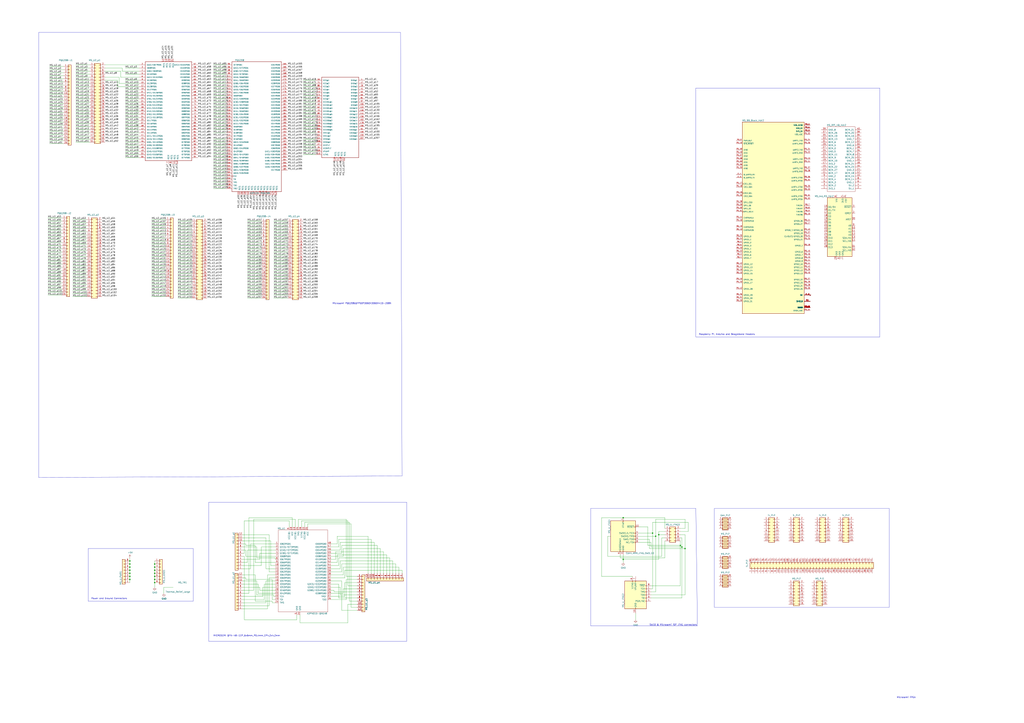
<source format=kicad_sch>
(kicad_sch (version 20230121) (generator eeschema)
  (paper "A1")
  (junction (at 535.94 438.15))
  (junction (at 106.68 476.25))
  (junction (at 127 463.55))
  (junction (at 106.68 461.01))
  (junction (at 106.68 468.63))
  (junction (at 562.61 450.85))
  (junction (at 560.07 449.58))
  (junction (at 511.81 425.45))
  (junction (at 106.68 463.55))
  (junction (at 127 466.09))
  (junction (at 106.68 471.17))
  (junction (at 127 468.63))
  (junction (at 541.02 439.42))
  (junction (at 127 476.25))
  (junction (at 558.8 448.31))
  (junction (at 538.48 440.69))
  (junction (at 511.81 459.74))
  (junction (at 106.68 466.09))
  (junction (at 127 471.17))
  (junction (at 127 478.79))
  (junction (at 127 473.71))
  (junction (at 106.68 473.71))
  (wire (pts (xy 157.48 196.85) (xy 146.05 196.85)))
  (wire (pts (xy 237.49 427.99) (xy 200.66 427.99)))
  (wire (pts (xy 185.42 134.62) (xy 175.26 134.62)))
  (wire (pts (xy 185.42 144.78) (xy 175.26 144.78)))
  (wire (pts (xy 259.08 96.52) (xy 248.92 96.52)))
  (wire (pts (xy 218.44 495.3) (xy 199.39 495.3)))
  (wire (pts (xy 73.66 116.84) (xy 62.23 116.84)))
  (wire (pts (xy 185.42 124.46) (xy 175.26 124.46)))
  (wire (pts (xy 236.22 194.31) (xy 224.79 194.31)))
  (wire (pts (xy 562.61 426.72) (xy 538.48 426.72)))
  (wire (pts (xy 226.06 447.04) (xy 205.74 447.04)))
  (wire (pts (xy 322.58 461.01) (xy 322.58 471.17)))
  (wire (pts (xy 71.12 223.52) (xy 59.69 223.52)))
  (wire (pts (xy 214.63 199.39) (xy 203.2 199.39)))
  (wire (pts (xy 327.66 471.17) (xy 327.66 466.09)))
  (wire (pts (xy 71.12 241.3) (xy 59.69 241.3)))
  (wire (pts (xy 534.67 445.77) (xy 534.67 449.58)))
  (wire (pts (xy 114.3 124.46) (xy 102.87 124.46)))
  (wire (pts (xy 73.66 63.5) (xy 62.23 63.5)))
  (wire (pts (xy 236.22 232.41) (xy 224.79 232.41)))
  (wire (pts (xy 280.67 448.31) (xy 280.67 454.66)))
  (wire (pts (xy 135.89 193.04) (xy 124.46 193.04)))
  (wire (pts (xy 73.66 73.66) (xy 62.23 73.66)))
  (wire (pts (xy 562.61 488.95) (xy 534.67 488.95)))
  (wire (pts (xy 214.63 232.41) (xy 203.2 232.41)))
  (wire (pts (xy 114.3 73.66) (xy 102.87 73.66)))
  (wire (pts (xy 135.89 195.58) (xy 124.46 195.58)))
  (wire (pts (xy 209.55 494.03) (xy 223.52 494.03)))
  (wire (pts (xy 535.94 483.87) (xy 534.67 483.87)))
  (wire (pts (xy 259.08 99.06) (xy 248.92 99.06)))
  (wire (pts (xy 201.93 457.2) (xy 201.93 452.12)))
  (wire (pts (xy 52.07 82.55) (xy 40.64 82.55)))
  (wire (pts (xy 210.82 477.52) (xy 210.82 488.95)))
  (wire (pts (xy 185.42 81.28) (xy 175.26 81.28)))
  (wire (pts (xy 86.36 53.34) (xy 114.3 53.34)))
  (wire (pts (xy 52.07 77.47) (xy 40.64 77.47)))
  (wire (pts (xy 185.42 129.54) (xy 175.26 129.54)))
  (wire (pts (xy 185.42 137.16) (xy 175.26 137.16)))
  (wire (pts (xy 214.63 209.55) (xy 203.2 209.55)))
  (wire (pts (xy 250.19 429.26) (xy 250.19 433.07)))
  (wire (pts (xy 135.89 238.76) (xy 124.46 238.76)))
  (wire (pts (xy 73.66 58.42) (xy 62.23 58.42)))
  (wire (pts (xy 185.42 139.7) (xy 175.26 139.7)))
  (wire (pts (xy 71.12 213.36) (xy 59.69 213.36)))
  (wire (pts (xy 226.06 462.28) (xy 209.55 462.28)))
  (wire (pts (xy 214.63 189.23) (xy 203.2 189.23)))
  (wire (pts (xy 199.39 485.14) (xy 208.28 485.14)))
  (polyline (pts (xy 72.39 494.03) (xy 72.39 450.85)))
  (wire (pts (xy 157.48 207.01) (xy 146.05 207.01)))
  (wire (pts (xy 279.4 452.12) (xy 279.4 445.77)))
  (wire (pts (xy 259.08 88.9) (xy 248.92 88.9)))
  (wire (pts (xy 157.48 237.49) (xy 146.05 237.49)))
  (wire (pts (xy 558.8 441.96) (xy 560.07 441.96)))
  (wire (pts (xy 127 473.71) (xy 127 476.25)))
  (wire (pts (xy 210.82 449.58) (xy 210.82 458.47)))
  (wire (pts (xy 157.48 240.03) (xy 146.05 240.03)))
  (wire (pts (xy 127 468.63) (xy 127 471.17)))
  (wire (pts (xy 135.89 208.28) (xy 124.46 208.28)))
  (wire (pts (xy 236.22 234.95) (xy 224.79 234.95)))
  (wire (pts (xy 205.74 467.36) (xy 199.39 467.36)))
  (wire (pts (xy 222.25 444.5) (xy 222.25 464.82)))
  (wire (pts (xy 271.78 452.12) (xy 279.4 452.12)))
  (wire (pts (xy 562.61 450.85) (xy 562.61 488.95)))
  (wire (pts (xy 71.12 243.84) (xy 59.69 243.84)))
  (wire (pts (xy 114.3 91.44) (xy 102.87 91.44)))
  (wire (pts (xy 224.79 488.95) (xy 224.79 490.22)))
  (wire (pts (xy 237.49 433.07) (xy 237.49 427.99)))
  (wire (pts (xy 245.11 426.72) (xy 284.48 426.72)))
  (wire (pts (xy 499.11 457.2) (xy 499.11 440.69)))
  (wire (pts (xy 73.66 53.34) (xy 62.23 53.34)))
  (wire (pts (xy 214.63 222.25) (xy 203.2 222.25)))
  (wire (pts (xy 96.52 71.12) (xy 114.3 71.12)))
  (wire (pts (xy 185.42 88.9) (xy 175.26 88.9)))
  (wire (pts (xy 50.8 240.03) (xy 39.37 240.03)))
  (wire (pts (xy 236.22 222.25) (xy 224.79 222.25)))
  (wire (pts (xy 284.48 473.71) (xy 293.37 473.71)))
  (wire (pts (xy 259.08 73.66) (xy 248.92 73.66)))
  (wire (pts (xy 259.08 86.36) (xy 248.92 86.36)))
  (wire (pts (xy 102.87 111.76) (xy 114.3 111.76)))
  (wire (pts (xy 185.42 71.12) (xy 175.26 71.12)))
  (wire (pts (xy 325.12 471.17) (xy 325.12 463.55)))
  (wire (pts (xy 52.07 110.49) (xy 40.64 110.49)))
  (wire (pts (xy 214.63 449.58) (xy 226.06 449.58)))
  (wire (pts (xy 278.13 443.23) (xy 278.13 449.58)))
  (wire (pts (xy 50.8 242.57) (xy 39.37 242.57)))
  (wire (pts (xy 259.08 127) (xy 248.92 127)))
  (wire (pts (xy 214.63 194.31) (xy 203.2 194.31)))
  (wire (pts (xy 284.48 492.76) (xy 271.78 492.76)))
  (wire (pts (xy 280.67 477.52) (xy 280.67 501.65)))
  (wire (pts (xy 565.15 436.88) (xy 565.15 429.26)))
  (wire (pts (xy 558.8 448.31) (xy 558.8 481.33)))
  (wire (pts (xy 278.13 491.49) (xy 278.13 480.06)))
  (wire (pts (xy 73.66 88.9) (xy 62.23 88.9)))
  (wire (pts (xy 236.22 191.77) (xy 224.79 191.77)))
  (polyline (pts (xy 722.63 276.86) (xy 571.5 276.86)))
  (polyline (pts (xy 334.01 527.05) (xy 171.45 527.05)))
  (wire (pts (xy 245.11 433.07) (xy 245.11 426.72)))
  (wire (pts (xy 52.07 69.85) (xy 40.64 69.85)))
  (wire (pts (xy 259.08 119.38) (xy 248.92 119.38)))
  (wire (pts (xy 135.89 231.14) (xy 124.46 231.14)))
  (polyline (pts (xy 330.2 391.16) (xy 31.75 392.43)))
  (wire (pts (xy 71.12 236.22) (xy 59.69 236.22)))
  (wire (pts (xy 278.13 458.47) (xy 320.04 458.47)))
  (polyline (pts (xy 72.39 450.85) (xy 158.75 450.85)))
  (wire (pts (xy 246.38 505.46) (xy 246.38 511.81)))
  (wire (pts (xy 293.37 486.41) (xy 274.32 486.41)))
  (polyline (pts (xy 571.5 72.39) (xy 722.63 72.39)))
  (wire (pts (xy 209.55 472.44) (xy 209.55 494.03)))
  (wire (pts (xy 185.42 66.04) (xy 175.26 66.04)))
  (polyline (pts (xy 586.74 417.83) (xy 730.25 417.83)))
  (wire (pts (xy 52.07 95.25) (xy 40.64 95.25)))
  (wire (pts (xy 214.63 217.17) (xy 203.2 217.17)))
  (wire (pts (xy 86.36 66.04) (xy 96.52 66.04)))
  (wire (pts (xy 71.12 193.04) (xy 59.69 193.04)))
  (wire (pts (xy 236.22 199.39) (xy 224.79 199.39)))
  (wire (pts (xy 275.59 459.74) (xy 271.78 459.74)))
  (wire (pts (xy 236.22 201.93) (xy 224.79 201.93)))
  (wire (pts (xy 521.97 504.19) (xy 521.97 509.27)))
  (wire (pts (xy 185.42 96.52) (xy 175.26 96.52)))
  (wire (pts (xy 213.36 482.6) (xy 199.39 482.6)))
  (wire (pts (xy 114.3 127) (xy 102.87 127)))
  (wire (pts (xy 320.04 471.17) (xy 320.04 458.47)))
  (wire (pts (xy 157.48 227.33) (xy 146.05 227.33)))
  (wire (pts (xy 223.52 495.3) (xy 226.06 495.3)))
  (wire (pts (xy 71.12 198.12) (xy 59.69 198.12)))
  (wire (pts (xy 106.68 461.01) (xy 106.68 463.55)))
  (wire (pts (xy 204.47 487.68) (xy 199.39 487.68)))
  (wire (pts (xy 73.66 91.44) (xy 62.23 91.44)))
  (wire (pts (xy 50.8 194.31) (xy 39.37 194.31)))
  (wire (pts (xy 52.07 62.23) (xy 40.64 62.23)))
  (wire (pts (xy 99.06 63.5) (xy 114.3 63.5)))
  (wire (pts (xy 213.36 454.66) (xy 226.06 454.66)))
  (wire (pts (xy 271.78 490.22) (xy 283.21 490.22)))
  (wire (pts (xy 278.13 480.06) (xy 271.78 480.06)))
  (wire (pts (xy 157.48 204.47) (xy 146.05 204.47)))
  (wire (pts (xy 127 463.55) (xy 127 466.09)))
  (wire (pts (xy 259.08 83.82) (xy 248.92 83.82)))
  (wire (pts (xy 200.66 457.2) (xy 200.66 509.27)))
  (wire (pts (xy 71.12 187.96) (xy 59.69 187.96)))
  (wire (pts (xy 50.8 212.09) (xy 39.37 212.09)))
  (wire (pts (xy 285.75 511.81) (xy 285.75 496.57)))
  (wire (pts (xy 236.22 181.61) (xy 224.79 181.61)))
  (wire (pts (xy 280.67 448.31) (xy 309.88 448.31)))
  (wire (pts (xy 199.39 497.84) (xy 220.98 497.84)))
  (wire (pts (xy 185.42 142.24) (xy 175.26 142.24)))
  (wire (pts (xy 73.66 93.98) (xy 62.23 93.98)))
  (wire (pts (xy 114.3 55.88) (xy 102.87 55.88)))
  (wire (pts (xy 236.22 245.11) (xy 224.79 245.11)))
  (wire (pts (xy 226.06 487.68) (xy 212.09 487.68)))
  (wire (pts (xy 293.37 491.49) (xy 278.13 491.49)))
  (wire (pts (xy 52.07 57.15) (xy 40.64 57.15)))
  (wire (pts (xy 236.22 240.03) (xy 224.79 240.03)))
  (wire (pts (xy 558.8 436.88) (xy 565.15 436.88)))
  (wire (pts (xy 157.48 224.79) (xy 146.05 224.79)))
  (wire (pts (xy 52.07 97.79) (xy 40.64 97.79)))
  (wire (pts (xy 279.4 467.36) (xy 271.78 467.36)))
  (wire (pts (xy 214.63 227.33) (xy 203.2 227.33)))
  (wire (pts (xy 271.78 464.82) (xy 278.13 464.82)))
  (wire (pts (xy 276.86 440.69) (xy 302.26 440.69)))
  (polyline (pts (xy 586.74 499.11) (xy 586.74 417.83)))
  (wire (pts (xy 157.48 232.41) (xy 146.05 232.41)))
  (wire (pts (xy 185.42 132.08) (xy 175.26 132.08)))
  (polyline (pts (xy 31.75 392.43) (xy 31.75 26.67)))
  (polyline (pts (xy 571.5 417.83) (xy 572.77 514.35)))
  (wire (pts (xy 236.22 237.49) (xy 224.79 237.49)))
  (wire (pts (xy 185.42 93.98) (xy 175.26 93.98)))
  (wire (pts (xy 199.39 439.42) (xy 220.98 439.42)))
  (wire (pts (xy 185.42 116.84) (xy 175.26 116.84)))
  (wire (pts (xy 208.28 426.72) (xy 242.57 426.72)))
  (wire (pts (xy 114.3 76.2) (xy 102.87 76.2)))
  (wire (pts (xy 71.12 215.9) (xy 59.69 215.9)))
  (wire (pts (xy 50.8 232.41) (xy 39.37 232.41)))
  (wire (pts (xy 280.67 501.65) (xy 293.37 501.65)))
  (wire (pts (xy 209.55 462.28) (xy 209.55 448.31)))
  (wire (pts (xy 50.8 234.95) (xy 39.37 234.95)))
  (wire (pts (xy 204.47 425.45) (xy 204.47 487.68)))
  (wire (pts (xy 99.06 58.42) (xy 99.06 63.5)))
  (wire (pts (xy 293.37 476.25) (xy 284.48 476.25)))
  (polyline (pts (xy 171.45 412.75) (xy 334.01 412.75)))
  (wire (pts (xy 127 466.09) (xy 127 468.63)))
  (wire (pts (xy 185.42 127) (xy 175.26 127)))
  (wire (pts (xy 135.89 218.44) (xy 124.46 218.44)))
  (wire (pts (xy 279.4 488.95) (xy 293.37 488.95)))
  (wire (pts (xy 224.79 490.22) (xy 226.06 490.22)))
  (wire (pts (xy 562.61 439.42) (xy 562.61 450.85)))
  (wire (pts (xy 532.13 433.07) (xy 532.13 448.31)))
  (wire (pts (xy 259.08 71.12) (xy 248.92 71.12)))
  (wire (pts (xy 185.42 121.92) (xy 175.26 121.92)))
  (wire (pts (xy 199.39 492.76) (xy 217.17 492.76)))
  (wire (pts (xy 279.4 445.77) (xy 307.34 445.77)))
  (polyline (pts (xy 730.25 499.11) (xy 586.74 499.11)))
  (wire (pts (xy 157.48 201.93) (xy 146.05 201.93)))
  (wire (pts (xy 135.89 226.06) (xy 124.46 226.06)))
  (wire (pts (xy 212.09 487.68) (xy 212.09 480.06)))
  (wire (pts (xy 494.03 425.45) (xy 511.81 425.45)))
  (wire (pts (xy 218.44 467.36) (xy 218.44 441.96)))
  (polyline (pts (xy 334.01 412.75) (xy 334.01 527.05)))
  (wire (pts (xy 157.48 199.39) (xy 146.05 199.39)))
  (wire (pts (xy 199.39 477.52) (xy 210.82 477.52)))
  (wire (pts (xy 71.12 182.88) (xy 59.69 182.88)))
  (wire (pts (xy 281.94 472.44) (xy 271.78 472.44)))
  (wire (pts (xy 114.3 101.6) (xy 102.87 101.6)))
  (wire (pts (xy 71.12 190.5) (xy 59.69 190.5)))
  (wire (pts (xy 185.42 99.06) (xy 175.26 99.06)))
  (wire (pts (xy 280.67 454.66) (xy 271.78 454.66)))
  (wire (pts (xy 274.32 486.41) (xy 274.32 485.14)))
  (wire (pts (xy 185.42 86.36) (xy 175.26 86.36)))
  (wire (pts (xy 259.08 106.68) (xy 248.92 106.68)))
  (wire (pts (xy 185.42 119.38) (xy 175.26 119.38)))
  (wire (pts (xy 71.12 203.2) (xy 59.69 203.2)))
  (wire (pts (xy 50.8 229.87) (xy 39.37 229.87)))
  (wire (pts (xy 50.8 207.01) (xy 39.37 207.01)))
  (wire (pts (xy 259.08 104.14) (xy 248.92 104.14)))
  (wire (pts (xy 302.26 471.17) (xy 302.26 440.69)))
  (wire (pts (xy 201.93 476.25) (xy 201.93 474.98)))
  (wire (pts (xy 281.94 457.2) (xy 281.94 450.85)))
  (wire (pts (xy 100.33 58.42) (xy 114.3 58.42)))
  (wire (pts (xy 203.2 462.28) (xy 199.39 462.28)))
  (wire (pts (xy 240.03 433.07) (xy 240.03 425.45)))
  (wire (pts (xy 185.42 104.14) (xy 175.26 104.14)))
  (wire (pts (xy 106.68 468.63) (xy 106.68 471.17)))
  (polyline (pts (xy 485.14 514.35) (xy 485.14 417.83)))
  (wire (pts (xy 185.42 91.44) (xy 175.26 91.44)))
  (wire (pts (xy 278.13 443.23) (xy 304.8 443.23)))
  (wire (pts (xy 562.61 434.34) (xy 562.61 426.72)))
  (wire (pts (xy 533.4 443.23) (xy 533.4 450.85)))
  (wire (pts (xy 71.12 210.82) (xy 59.69 210.82)))
  (wire (pts (xy 73.66 71.12) (xy 62.23 71.12)))
  (wire (pts (xy 217.17 480.06) (xy 226.06 480.06)))
  (wire (pts (xy 114.3 116.84) (xy 102.87 116.84)))
  (wire (pts (xy 86.36 58.42) (xy 99.06 58.42)))
  (wire (pts (xy 283.21 478.79) (xy 293.37 478.79)))
  (wire (pts (xy 543.56 457.2) (xy 499.11 457.2)))
  (wire (pts (xy 97.79 63.5) (xy 97.79 68.58)))
  (wire (pts (xy 50.8 199.39) (xy 39.37 199.39)))
  (wire (pts (xy 185.42 76.2) (xy 175.26 76.2)))
  (wire (pts (xy 52.07 80.01) (xy 40.64 80.01)))
  (wire (pts (xy 73.66 96.52) (xy 62.23 96.52)))
  (wire (pts (xy 546.1 441.96) (xy 543.56 441.96)))
  (wire (pts (xy 114.3 104.14) (xy 102.87 104.14)))
  (wire (pts (xy 276.86 447.04) (xy 271.78 447.04)))
  (wire (pts (xy 317.5 471.17) (xy 317.5 455.93)))
  (wire (pts (xy 259.08 91.44) (xy 248.92 91.44)))
  (wire (pts (xy 236.22 209.55) (xy 224.79 209.55)))
  (polyline (pts (xy 171.45 527.05) (xy 171.45 412.75)))
  (wire (pts (xy 71.12 208.28) (xy 59.69 208.28)))
  (wire (pts (xy 259.08 78.74) (xy 248.92 78.74)))
  (wire (pts (xy 100.33 55.88) (xy 100.33 58.42)))
  (wire (pts (xy 71.12 228.6) (xy 59.69 228.6)))
  (wire (pts (xy 535.94 438.15) (xy 535.94 483.87)))
  (wire (pts (xy 157.48 217.17) (xy 146.05 217.17)))
  (wire (pts (xy 511.81 425.45) (xy 546.1 425.45)))
  (wire (pts (xy 524.51 445.77) (xy 534.67 445.77)))
  (wire (pts (xy 259.08 121.92) (xy 248.92 121.92)))
  (wire (pts (xy 278.13 464.82) (xy 278.13 458.47)))
  (wire (pts (xy 201.93 474.98) (xy 199.39 474.98)))
  (wire (pts (xy 185.42 147.32) (xy 175.26 147.32)))
  (wire (pts (xy 236.22 224.79) (xy 224.79 224.79)))
  (wire (pts (xy 201.93 448.31) (xy 201.93 447.04)))
  (wire (pts (xy 274.32 485.14) (xy 271.78 485.14)))
  (wire (pts (xy 135.89 241.3) (xy 124.46 241.3)))
  (wire (pts (xy 276.86 462.28) (xy 271.78 462.28)))
  (wire (pts (xy 157.48 186.69) (xy 146.05 186.69)))
  (wire (pts (xy 50.8 219.71) (xy 39.37 219.71)))
  (wire (pts (xy 283.21 490.22) (xy 283.21 478.79)))
  (wire (pts (xy 222.25 464.82) (xy 226.06 464.82)))
  (wire (pts (xy 226.06 467.36) (xy 218.44 467.36)))
  (wire (pts (xy 236.22 242.57) (xy 224.79 242.57)))
  (wire (pts (xy 114.3 83.82) (xy 102.87 83.82)))
  (polyline (pts (xy 31.75 26.67) (xy 328.93 26.67)))
  (wire (pts (xy 71.12 180.34) (xy 59.69 180.34)))
  (wire (pts (xy 558.8 481.33) (xy 534.67 481.33)))
  (wire (pts (xy 546.1 439.42) (xy 541.02 439.42)))
  (wire (pts (xy 284.48 476.25) (xy 284.48 492.76)))
  (wire (pts (xy 236.22 184.15) (xy 224.79 184.15)))
  (wire (pts (xy 52.07 115.57) (xy 40.64 115.57)))
  (wire (pts (xy 247.65 427.99) (xy 285.75 427.99)))
  (wire (pts (xy 71.12 220.98) (xy 59.69 220.98)))
  (wire (pts (xy 223.52 492.76) (xy 223.52 476.25)))
  (wire (pts (xy 157.48 191.77) (xy 146.05 191.77)))
  (wire (pts (xy 106.68 463.55) (xy 106.68 466.09)))
  (wire (pts (xy 524.51 443.23) (xy 533.4 443.23)))
  (wire (pts (xy 73.66 99.06) (xy 62.23 99.06)))
  (wire (pts (xy 226.06 492.76) (xy 223.52 492.76)))
  (wire (pts (xy 73.66 106.68) (xy 62.23 106.68)))
  (wire (pts (xy 199.39 464.82) (xy 214.63 464.82)))
  (wire (pts (xy 259.08 93.98) (xy 248.92 93.98)))
  (wire (pts (xy 288.29 430.53) (xy 288.29 499.11)))
  (wire (pts (xy 185.42 152.4) (xy 175.26 152.4)))
  (wire (pts (xy 50.8 204.47) (xy 39.37 204.47)))
  (wire (pts (xy 247.65 433.07) (xy 247.65 427.99)))
  (wire (pts (xy 50.8 179.07) (xy 39.37 179.07)))
  (wire (pts (xy 157.48 229.87) (xy 146.05 229.87)))
  (wire (pts (xy 541.02 436.88) (xy 541.02 439.42)))
  (wire (pts (xy 71.12 205.74) (xy 59.69 205.74)))
  (wire (pts (xy 185.42 114.3) (xy 175.26 114.3)))
  (wire (pts (xy 114.3 99.06) (xy 102.87 99.06)))
  (wire (pts (xy 279.4 482.6) (xy 279.4 488.95)))
  (wire (pts (xy 236.22 212.09) (xy 224.79 212.09)))
  (wire (pts (xy 71.12 226.06) (xy 59.69 226.06)))
  (wire (pts (xy 135.89 213.36) (xy 124.46 213.36)))
  (wire (pts (xy 185.42 73.66) (xy 175.26 73.66)))
  (wire (pts (xy 223.52 494.03) (xy 223.52 495.3)))
  (wire (pts (xy 134.62 482.6) (xy 134.62 487.68)))
  (wire (pts (xy 236.22 204.47) (xy 224.79 204.47)))
  (wire (pts (xy 127 461.01) (xy 127 463.55)))
  (wire (pts (xy 114.3 114.3) (xy 102.87 114.3)))
  (wire (pts (xy 532.13 448.31) (xy 558.8 448.31)))
  (wire (pts (xy 73.66 109.22) (xy 62.23 109.22)))
  (wire (pts (xy 185.42 149.86) (xy 175.26 149.86)))
  (wire (pts (xy 185.42 58.42) (xy 175.26 58.42)))
  (wire (pts (xy 157.48 222.25) (xy 146.05 222.25)))
  (wire (pts (xy 307.34 471.17) (xy 307.34 445.77)))
  (wire (pts (xy 157.48 214.63) (xy 146.05 214.63)))
  (wire (pts (xy 114.3 121.92) (xy 102.87 121.92)))
  (wire (pts (xy 157.48 189.23) (xy 146.05 189.23)))
  (wire (pts (xy 214.63 196.85) (xy 203.2 196.85)))
  (wire (pts (xy 50.8 181.61) (xy 39.37 181.61)))
  (wire (pts (xy 52.07 67.31) (xy 40.64 67.31)))
  (wire (pts (xy 96.52 66.04) (xy 96.52 71.12)))
  (wire (pts (xy 276.86 455.93) (xy 317.5 455.93)))
  (wire (pts (xy 259.08 68.58) (xy 248.92 68.58)))
  (wire (pts (xy 52.07 100.33) (xy 40.64 100.33)))
  (wire (pts (xy 524.51 438.15) (xy 535.94 438.15)))
  (wire (pts (xy 220.98 497.84) (xy 220.98 474.98)))
  (wire (pts (xy 219.71 500.38) (xy 199.39 500.38)))
  (wire (pts (xy 200.66 454.66) (xy 199.39 454.66)))
  (wire (pts (xy 127 478.79) (xy 127 482.6)))
  (wire (pts (xy 538.48 440.69) (xy 538.48 486.41)))
  (wire (pts (xy 236.22 229.87) (xy 224.79 229.87)))
  (wire (pts (xy 560.07 441.96) (xy 560.07 449.58)))
  (wire (pts (xy 201.93 452.12) (xy 199.39 452.12)))
  (wire (pts (xy 210.82 488.95) (xy 224.79 488.95)))
  (wire (pts (xy 259.08 76.2) (xy 248.92 76.2)))
  (wire (pts (xy 214.63 240.03) (xy 203.2 240.03)))
  (wire (pts (xy 185.42 101.6) (xy 175.26 101.6)))
  (polyline (pts (xy 485.14 417.83) (xy 571.5 417.83)))
  (wire (pts (xy 226.06 457.2) (xy 201.93 457.2)))
  (wire (pts (xy 106.68 476.25) (xy 106.68 478.79)))
  (wire (pts (xy 243.84 509.27) (xy 243.84 505.46)))
  (wire (pts (xy 73.66 68.58) (xy 62.23 68.58)))
  (wire (pts (xy 52.07 105.41) (xy 40.64 105.41)))
  (wire (pts (xy 287.02 429.26) (xy 250.19 429.26)))
  (wire (pts (xy 275.59 453.39) (xy 314.96 453.39)))
  (wire (pts (xy 281.94 466.09) (xy 327.66 466.09)))
  (wire (pts (xy 226.06 477.52) (xy 218.44 477.52)))
  (wire (pts (xy 52.07 107.95) (xy 40.64 107.95)))
  (wire (pts (xy 127 476.25) (xy 127 478.79)))
  (wire (pts (xy 287.02 494.03) (xy 287.02 429.26)))
  (wire (pts (xy 157.48 184.15) (xy 146.05 184.15)))
  (wire (pts (xy 106.68 466.09) (xy 106.68 468.63)))
  (wire (pts (xy 135.89 228.6) (xy 124.46 228.6)))
  (wire (pts (xy 533.4 450.85) (xy 562.61 450.85)))
  (wire (pts (xy 259.08 124.46) (xy 248.92 124.46)))
  (wire (pts (xy 538.48 486.41) (xy 534.67 486.41)))
  (wire (pts (xy 541.02 439.42) (xy 541.02 459.74)))
  (wire (pts (xy 203.2 452.12) (xy 203.2 462.28)))
  (wire (pts (xy 209.55 448.31) (xy 201.93 448.31)))
  (wire (pts (xy 226.06 485.14) (xy 213.36 485.14)))
  (wire (pts (xy 135.89 243.84) (xy 124.46 243.84)))
  (wire (pts (xy 199.39 472.44) (xy 209.55 472.44)))
  (wire (pts (xy 271.78 457.2) (xy 281.94 457.2)))
  (wire (pts (xy 135.89 223.52) (xy 124.46 223.52)))
  (wire (pts (xy 565.15 429.26) (xy 535.94 429.26)))
  (wire (pts (xy 276.86 455.93) (xy 276.86 462.28)))
  (wire (pts (xy 236.22 219.71) (xy 224.79 219.71)))
  (wire (pts (xy 271.78 482.6) (xy 279.4 482.6)))
  (wire (pts (xy 71.12 238.76) (xy 59.69 238.76)))
  (wire (pts (xy 114.3 60.96) (xy 102.87 60.96)))
  (wire (pts (xy 73.66 55.88) (xy 62.23 55.88)))
  (wire (pts (xy 50.8 184.15) (xy 39.37 184.15)))
  (wire (pts (xy 135.89 220.98) (xy 124.46 220.98)))
  (wire (pts (xy 281.94 483.87) (xy 293.37 483.87)))
  (wire (pts (xy 217.17 492.76) (xy 217.17 480.06)))
  (wire (pts (xy 511.81 459.74) (xy 511.81 462.28)))
  (wire (pts (xy 135.89 182.88) (xy 124.46 182.88)))
  (wire (pts (xy 214.63 201.93) (xy 203.2 201.93)))
  (wire (pts (xy 73.66 86.36) (xy 62.23 86.36)))
  (wire (pts (xy 220.98 439.42) (xy 220.98 469.9)))
  (polyline (pts (xy 572.77 514.35) (xy 485.14 514.35)))
  (wire (pts (xy 114.3 129.54) (xy 102.87 129.54)))
  (wire (pts (xy 252.73 430.53) (xy 288.29 430.53)))
  (wire (pts (xy 52.07 59.69) (xy 40.64 59.69)))
  (wire (pts (xy 214.63 207.01) (xy 203.2 207.01)))
  (wire (pts (xy 538.48 426.72) (xy 538.48 440.69)))
  (wire (pts (xy 236.22 217.17) (xy 224.79 217.17)))
  (wire (pts (xy 50.8 209.55) (xy 39.37 209.55)))
  (wire (pts (xy 52.07 64.77) (xy 40.64 64.77)))
  (wire (pts (xy 114.3 93.98) (xy 102.87 93.98)))
  (wire (pts (xy 236.22 196.85) (xy 224.79 196.85)))
  (wire (pts (xy 97.79 68.58) (xy 114.3 68.58)))
  (wire (pts (xy 157.48 209.55) (xy 146.05 209.55)))
  (wire (pts (xy 185.42 68.58) (xy 175.26 68.58)))
  (wire (pts (xy 106.68 471.17) (xy 106.68 473.71)))
  (wire (pts (xy 185.42 55.88) (xy 175.26 55.88)))
  (wire (pts (xy 279.4 461.01) (xy 279.4 467.36)))
  (wire (pts (xy 541.02 459.74) (xy 511.81 459.74)))
  (wire (pts (xy 226.06 452.12) (xy 203.2 452.12)))
  (polyline (pts (xy 722.63 72.39) (xy 722.63 276.86)))
  (wire (pts (xy 52.07 54.61) (xy 40.64 54.61)))
  (wire (pts (xy 73.66 78.74) (xy 62.23 78.74)))
  (wire (pts (xy 312.42 471.17) (xy 312.42 450.85)))
  (wire (pts (xy 185.42 154.94) (xy 175.26 154.94)))
  (wire (pts (xy 283.21 474.98) (xy 283.21 468.63)))
  (wire (pts (xy 546.1 425.45) (xy 546.1 434.34)))
  (wire (pts (xy 50.8 191.77) (xy 39.37 191.77)))
  (wire (pts (xy 52.07 85.09) (xy 40.64 85.09)))
  (wire (pts (xy 214.63 181.61) (xy 203.2 181.61)))
  (wire (pts (xy 86.36 63.5) (xy 97.79 63.5)))
  (wire (pts (xy 142.24 482.6) (xy 134.62 482.6)))
  (wire (pts (xy 185.42 53.34) (xy 175.26 53.34)))
  (wire (pts (xy 218.44 477.52) (xy 218.44 495.3)))
  (wire (pts (xy 50.8 227.33) (xy 39.37 227.33)))
  (wire (pts (xy 73.66 83.82) (xy 62.23 83.82)))
  (wire (pts (xy 226.06 458.47) (xy 226.06 459.74)))
  (wire (pts (xy 157.48 242.57) (xy 146.05 242.57)))
  (wire (pts (xy 200.66 427.99) (xy 200.66 454.66)))
  (wire (pts (xy 71.12 195.58) (xy 59.69 195.58)))
  (wire (pts (xy 135.89 198.12) (xy 124.46 198.12)))
  (wire (pts (xy 114.3 119.38) (xy 102.87 119.38)))
  (wire (pts (xy 52.07 90.17) (xy 40.64 90.17)))
  (wire (pts (xy 246.38 511.81) (xy 285.75 511.81)))
  (wire (pts (xy 509.27 458.47) (xy 546.1 458.47)))
  (wire (pts (xy 106.68 473.71) (xy 106.68 476.25)))
  (wire (pts (xy 214.63 219.71) (xy 203.2 219.71)))
  (wire (pts (xy 135.89 187.96) (xy 124.46 187.96)))
  (wire (pts (xy 214.63 214.63) (xy 203.2 214.63)))
  (wire (pts (xy 50.8 189.23) (xy 39.37 189.23)))
  (wire (pts (xy 50.8 217.17) (xy 39.37 217.17)))
  (wire (pts (xy 271.78 469.9) (xy 280.67 469.9)))
  (wire (pts (xy 185.42 106.68) (xy 175.26 106.68)))
  (wire (pts (xy 214.63 191.77) (xy 203.2 191.77)))
  (wire (pts (xy 208.28 485.14) (xy 208.28 426.72)))
  (wire (pts (xy 52.07 87.63) (xy 40.64 87.63)))
  (wire (pts (xy 275.59 453.39) (xy 275.59 459.74)))
  (wire (pts (xy 283.21 468.63) (xy 330.2 468.63)))
  (wire (pts (xy 499.11 440.69) (xy 501.65 440.69)))
  (wire (pts (xy 157.48 245.11) (xy 146.05 245.11)))
  (wire (pts (xy 280.67 463.55) (xy 325.12 463.55)))
  (wire (pts (xy 135.89 215.9) (xy 124.46 215.9)))
  (wire (pts (xy 226.06 472.44) (xy 219.71 472.44)))
  (wire (pts (xy 114.3 109.22) (xy 102.87 109.22)))
  (wire (pts (xy 314.96 471.17) (xy 314.96 453.39)))
  (polyline (pts (xy 730.25 417.83) (xy 730.25 499.11)))
  (polyline (pts (xy 328.93 26.67) (xy 330.2 391.16)))
  (wire (pts (xy 52.07 74.93) (xy 40.64 74.93)))
  (wire (pts (xy 281.94 466.09) (xy 281.94 472.44)))
  (wire (pts (xy 271.78 477.52) (xy 280.67 477.52)))
  (wire (pts (xy 135.89 203.2) (xy 124.46 203.2)))
  (wire (pts (xy 185.42 83.82) (xy 175.26 83.82)))
  (polyline (pts (xy 571.5 276.86) (xy 571.5 72.39)))
  (wire (pts (xy 214.63 184.15) (xy 203.2 184.15)))
  (wire (pts (xy 284.48 426.72) (xy 284.48 473.71)))
  (wire (pts (xy 114.3 78.74) (xy 102.87 78.74)))
  (wire (pts (xy 223.52 476.25) (xy 201.93 476.25)))
  (wire (pts (xy 50.8 224.79) (xy 39.37 224.79)))
  (wire (pts (xy 214.63 242.57) (xy 203.2 242.57)))
  (wire (pts (xy 494.03 473.71) (xy 494.03 425.45)))
  (wire (pts (xy 52.07 113.03) (xy 40.64 113.03)))
  (wire (pts (xy 236.22 189.23) (xy 224.79 189.23)))
  (wire (pts (xy 212.09 480.06) (xy 199.39 480.06)))
  (wire (pts (xy 276.86 440.69) (xy 276.86 447.04)))
  (wire (pts (xy 213.36 485.14) (xy 213.36 482.6)))
  (wire (pts (xy 135.89 205.74) (xy 124.46 205.74)))
  (wire (pts (xy 201.93 447.04) (xy 199.39 447.04)))
  (wire (pts (xy 214.63 224.79) (xy 203.2 224.79)))
  (wire (pts (xy 199.39 444.5) (xy 222.25 444.5)))
  (wire (pts (xy 114.3 66.04) (xy 102.87 66.04)))
  (wire (pts (xy 50.8 214.63) (xy 39.37 214.63)))
  (wire (pts (xy 309.88 471.17) (xy 309.88 448.31)))
  (wire (pts (xy 199.39 459.74) (xy 213.36 459.74)))
  (wire (pts (xy 50.8 196.85) (xy 39.37 196.85)))
  (wire (pts (xy 304.8 471.17) (xy 304.8 443.23)))
  (wire (pts (xy 560.07 491.49) (xy 534.67 491.49)))
  (wire (pts (xy 293.37 494.03) (xy 287.02 494.03)))
  (wire (pts (xy 157.48 212.09) (xy 146.05 212.09)))
  (wire (pts (xy 214.63 237.49) (xy 203.2 237.49)))
  (wire (pts (xy 71.12 185.42) (xy 59.69 185.42)))
  (wire (pts (xy 214.63 204.47) (xy 203.2 204.47)))
  (wire (pts (xy 252.73 433.07) (xy 252.73 430.53)))
  (wire (pts (xy 524.51 433.07) (xy 532.13 433.07)))
  (wire (pts (xy 114.3 96.52) (xy 102.87 96.52)))
  (wire (pts (xy 73.66 104.14) (xy 62.23 104.14)))
  (wire (pts (xy 50.8 186.69) (xy 39.37 186.69)))
  (wire (pts (xy 114.3 88.9) (xy 102.87 88.9)))
  (wire (pts (xy 71.12 218.44) (xy 59.69 218.44)))
  (wire (pts (xy 214.63 186.69) (xy 203.2 186.69)))
  (wire (pts (xy 558.8 439.42) (xy 562.61 439.42)))
  (wire (pts (xy 215.9 490.22) (xy 199.39 490.22)))
  (wire (pts (xy 558.8 434.34) (xy 562.61 434.34)))
  (wire (pts (xy 52.07 72.39) (xy 40.64 72.39)))
  (wire (pts (xy 524.51 440.69) (xy 538.48 440.69)))
  (wire (pts (xy 157.48 234.95) (xy 146.05 234.95)))
  (wire (pts (xy 106.68 458.47) (xy 106.68 461.01)))
  (wire (pts (xy 560.07 449.58) (xy 534.67 449.58)))
  (wire (pts (xy 285.75 427.99) (xy 285.75 481.33)))
  (wire (pts (xy 519.43 473.71) (xy 494.03 473.71)))
  (wire (pts (xy 214.63 212.09) (xy 203.2 212.09)))
  (wire (pts (xy 271.78 487.68) (xy 281.94 487.68)))
  (wire (pts (xy 218.44 441.96) (xy 199.39 441.96)))
  (wire (pts (xy 259.08 114.3) (xy 248.92 114.3)))
  (wire (pts (xy 135.89 210.82) (xy 124.46 210.82)))
  (wire (pts (xy 185.42 109.22) (xy 175.26 109.22)))
  (wire (pts (xy 259.08 66.04) (xy 248.92 66.04)))
  (wire (pts (xy 215.9 482.6) (xy 215.9 490.22)))
  (wire (pts (xy 71.12 233.68) (xy 59.69 233.68)))
  (wire (pts (xy 219.71 472.44) (xy 219.71 500.38)))
  (wire (pts (xy 543.56 441.96) (xy 543.56 457.2)))
  (wire (pts (xy 199.39 457.2) (xy 200.66 457.2)))
  (wire (pts (xy 135.89 233.68) (xy 124.46 233.68)))
  (wire (pts (xy 52.07 92.71) (xy 40.64 92.71)))
  (wire (pts (xy 157.48 219.71) (xy 146.05 219.71)))
  (wire (pts (xy 280.67 469.9) (xy 280.67 463.55)))
  (wire (pts (xy 210.82 458.47) (xy 226.06 458.47)))
  (wire (pts (xy 73.66 81.28) (xy 62.23 81.28)))
  (wire (pts (xy 73.66 76.2) (xy 62.23 76.2)))
  (wire (pts (xy 127 471.17) (xy 127 473.71)))
  (wire (pts (xy 281.94 487.68) (xy 281.94 483.87)))
  (wire (pts (xy 214.63 464.82) (xy 214.63 449.58)))
  (wire (pts (xy 220.98 474.98) (xy 226.06 474.98)))
  (wire (pts (xy 560.07 449.58) (xy 560.07 491.49)))
  (wire (pts (xy 213.36 459.74) (xy 213.36 454.66)))
  (wire (pts (xy 285.75 496.57) (xy 293.37 496.57)))
  (wire (pts (xy 73.66 66.04) (xy 62.23 66.04)))
  (wire (pts (xy 214.63 245.11) (xy 203.2 245.11)))
  (wire (pts (xy 50.8 237.49) (xy 39.37 237.49)))
  (wire (pts (xy 52.07 102.87) (xy 40.64 102.87)))
  (wire (pts (xy 185.42 78.74) (xy 175.26 78.74)))
  (wire (pts (xy 236.22 214.63) (xy 224.79 214.63)))
  (wire (pts (xy 135.89 190.5) (xy 124.46 190.5)))
  (wire (pts (xy 73.66 111.76) (xy 62.23 111.76)))
  (wire (pts (xy 71.12 231.14) (xy 59.69 231.14)))
  (wire (pts (xy 71.12 200.66) (xy 59.69 200.66)))
  (wire (pts (xy 511.81 459.74) (xy 511.81 455.93)))
  (wire (pts (xy 236.22 186.69) (xy 224.79 186.69)))
  (wire (pts (xy 50.8 222.25) (xy 39.37 222.25)))
  (wire (pts (xy 259.08 116.84) (xy 248.92 116.84)))
  (wire (pts (xy 236.22 227.33) (xy 224.79 227.33)))
  (wire (pts (xy 73.66 60.96) (xy 62.23 60.96)))
  (wire (pts (xy 558.8 448.31) (xy 558.8 444.5)))
  (polyline (pts (xy 158.75 494.03) (xy 72.39 494.03)))
  (wire (pts (xy 509.27 455.93) (xy 509.27 458.47)))
  (wire (pts (xy 185.42 63.5) (xy 175.26 63.5)))
  (wire (pts (xy 73.66 114.3) (xy 62.23 114.3)))
  (wire (pts (xy 135.89 185.42) (xy 124.46 185.42)))
  (wire (pts (xy 50.8 201.93) (xy 39.37 201.93)))
  (wire (pts (xy 114.3 81.28) (xy 102.87 81.28)))
  (wire (pts (xy 114.3 86.36) (xy 102.87 86.36)))
  (wire (pts (xy 185.42 60.96) (xy 175.26 60.96)))
  (wire (pts (xy 259.08 81.28) (xy 248.92 81.28)))
  (wire (pts (xy 214.63 229.87) (xy 203.2 229.87)))
  (wire (pts (xy 278.13 449.58) (xy 271.78 449.58)))
  (wire (pts (xy 52.07 118.11) (xy 40.64 118.11)))
  (wire (pts (xy 281.94 450.85) (xy 312.42 450.85)))
  (wire (pts (xy 73.66 101.6) (xy 62.23 101.6)))
  (wire (pts (xy 279.4 461.01) (xy 322.58 461.01)))
  (wire (pts (xy 226.06 482.6) (xy 215.9 482.6)))
  (wire (pts (xy 114.3 106.68) (xy 102.87 106.68)))
  (polyline (pts (xy 158.75 450.85) (xy 158.75 494.03)))
  (wire (pts (xy 157.48 181.61) (xy 146.05 181.61)))
  (wire (pts (xy 285.75 481.33) (xy 293.37 481.33)))
  (wire (pts (xy 157.48 194.31) (xy 146.05 194.31)))
  (wire (pts (xy 541.02 436.88) (xy 546.1 436.88)))
  (wire (pts (xy 86.36 55.88) (xy 100.33 55.88)))
  (wire (pts (xy 259.08 101.6) (xy 248.92 101.6)))
  (wire (pts (xy 259.08 109.22) (xy 248.92 109.22)))
  (wire (pts (xy 271.78 474.98) (xy 283.21 474.98)))
  (wire (pts (xy 546.1 458.47) (xy 546.1 444.5)))
  (wire (pts (xy 214.63 234.95) (xy 203.2 234.95)))
  (wire (pts (xy 205.74 447.04) (xy 205.74 467.36)))
  (wire (pts (xy 199.39 449.58) (xy 210.82 449.58)))
  (wire (pts (xy 135.89 200.66) (xy 124.46 200.66)))
  (wire (pts (xy 135.89 180.34) (xy 124.46 180.34)))
  (wire (pts (xy 240.03 425.45) (xy 204.47 425.45)))
  (wire (pts (xy 220.98 469.9) (xy 226.06 469.9)))
  (wire (pts (xy 535.94 429.26) (xy 535.94 438.15)))
  (wire (pts (xy 135.89 236.22) (xy 124.46 236.22)))
  (wire (pts (xy 330.2 471.17) (xy 330.2 468.63)))
  (wire (pts (xy 236.22 207.01) (xy 224.79 207.01)))
  (wire (pts (xy 242.57 426.72) (xy 242.57 433.07)))
  (wire (pts (xy 293.37 499.11) (xy 288.29 499.11)))
  (wire (pts (xy 200.66 509.27) (xy 243.84 509.27)))
  (text "Microsemi FPGA" (at 736.6 574.04 0) (effects (font (size 1.27 1.27)) (justify left bottom)))
  (text "MICROSEMI QFN-48-1EP_6x6mm_P0.4mm_EP4.2x4.2mm" (at 175.26 523.24 0) (effects (font (size 1.27 1.27)) (justify left bottom)))
  (text "Raspberry Pi, Arduino and Beaglebone Headers\n" (at 574.04 275.59 0) (effects (font (size 1.27 1.27)) (justify left bottom)))
  (text "SW10 & Microsemi ISP JTAG connectors" (at 533.4 514.35 0) (effects (font (size 1.27 1.27)) (justify left bottom)))
  (text "Power and Ground Connectors" (at 74.93 492.76 0) (effects (font (size 1.27 1.27)) (justify left bottom)))
  (text "Microsemi PQG208:QFP50P3060X3060X410-208N" (at 273.05 250.19 0) (effects (font (size 1.27 1.27)) (justify left bottom)))
  (label "MS_U2_p123" (at 248.92 96.52 0))
  (label "MS_U2_p117" (at 124.46 195.58 0))
  (label "MS_U2_p22" (at 86.36 78.74 0))
  (label "MS_U2_p111" (at 146.05 189.23 0))
  (label "MS_U2_p149" (at 124.46 236.22 0))
  (label "MS_U2_p47" (at 62.23 111.76 0))
  (label "MS_U2_p3" (at 62.23 55.88 0))
  (label "MS_U2_p28" (at 102.87 88.9 0))
  (label "MS_U2_p122" (at 170.18 201.93 0))
  (label "MS_U2_p161" (at 224.79 186.69 0))
  (label "MS_U2_p79" (at 39.37 212.09 0))
  (label "MS_U2_p75" (at 59.69 208.28 0))
  (label "MS_U2_p154" (at 170.18 242.57 0))
  (label "MS_U2_p177" (at 203.2 207.01 0))
  (label "MS_U2_p1" (at 299.72 66.04 0))
  (label "MS_U2_p58" (at 83.82 185.42 0))
  (label "MS_U2_p163" (at 175.26 139.7 0))
  (label "MS_U2_p29" (at 62.23 88.9 0))
  (label "MS_U2_p5" (at 102.87 60.96 0))
  (label "MS_U2_p131" (at 124.46 213.36 0))
  (label "MS_U2_p141" (at 299.72 93.98 0))
  (label "MS_U2_p200" (at 248.92 234.95 0))
  (label "MS_U2_p51" (at 299.72 106.68 0))
  (label "MS_U2_p83" (at 39.37 217.17 0))
  (label "MS_U2_p138" (at 175.26 104.14 0))
  (label "MS_U2_p42" (at 86.36 104.14 0))
  (label "MS_U2_p173" (at 236.22 68.58 0))
  (label "MS_U2_p13" (at 62.23 68.58 0))
  (label "MS_U2_p47" (at 102.87 119.38 0))
  (label "MS_U2_p45" (at 102.87 114.3 0))
  (label "MS_U2_p97" (at 59.69 236.22 0))
  (label "MS_U2_p191" (at 203.2 224.79 0))
  (label "MS_U2_p176" (at 236.22 76.2 0))
  (label "MS_U2_p62" (at 248.92 88.9 0))
  (label "MS_U2_p195" (at 299.72 104.14 0))
  (label "MS_U2_p189" (at 224.79 222.25 0))
  (label "MS_U2_p69" (at 162.56 78.74 0))
  (label "MS_U2_p131" (at 146.05 214.63 0))
  (label "MS_U2_p87" (at 59.69 223.52 0))
  (label "MS_U2_p193" (at 203.2 227.33 0))
  (label "MS_U2_p59" (at 39.37 186.69 0))
  (label "MS_U2_p198" (at 236.22 119.38 0))
  (label "MS_U2_p92" (at 83.82 228.6 0))
  (label "MS_U2_p146" (at 170.18 232.41 0))
  (label "MS_U2_p184" (at 248.92 214.63 0))
  (label "MS_U2_p48" (at 86.36 111.76 0))
  (label "MS_U2_p187" (at 203.2 219.71 0))
  (label "MS_U2_p82" (at 162.56 104.14 0))
  (label "MS_U2_p187" (at 224.79 219.71 0))
  (label "MS_U2_p109" (at 146.05 186.69 0))
  (label "MS_U2_p34" (at 102.87 96.52 0))
  (label "MS_U2_p78" (at 162.56 96.52 0))
  (label "MS_U2_p100" (at 83.82 238.76 0))
  (label "MS_U2_p184" (at 236.22 93.98 0))
  (label "MS_U2_p169" (at 203.2 196.85 0))
  (label "MS_U2_p10" (at 102.87 68.58 0))
  (label "MS_U2_p26" (at 102.87 86.36 0))
  (label "MS_U2_p30" (at 86.36 88.9 0))
  (label "MS_U2_p135" (at 124.46 218.44 0))
  (label "MS_U2_p12" (at 102.87 71.12 0))
  (label "MS_U2_p51" (at 40.64 118.11 0))
  (label "MS_U2_p25" (at 62.23 83.82 0))
  (label "MS_U2_p45" (at 40.64 110.49 0))
  (label "MS_U2_p75" (at 39.37 207.01 0))
  (label "MS_U2_p91" (at 39.37 227.33 0))
  (label "MS_U2_p127" (at 124.46 208.28 0))
  (label "MS_U2_p113" (at 175.26 68.58 0))
  (label "MS_U2_p191" (at 236.22 104.14 0))
  (label "MS_U2_p91" (at 162.56 121.92 0))
  (label "MS_U2_p161" (at 203.2 186.69 0))
  (label "MS_U2_p79" (at 162.56 99.06 0))
  (label "MS_U2_p172" (at 248.92 199.39 0))
  (label "MS_U2_p45" (at 62.23 109.22 0))
  (label "MS_U2_p61" (at 39.37 189.23 0))
  (label "MS_U2_p65" (at 59.69 195.58 0))
  (label "MS_U2_p97" (at 39.37 234.95 0))
  (label "MS_U2_p183" (at 224.79 214.63 0))
  (label "MS_U2_p151" (at 146.05 240.03 0))
  (label "MS_U2_p186" (at 248.92 104.14 0))
  (label "MS_U2_p28" (at 86.36 86.36 0))
  (label "MS_U2_p53" (at 204.47 160.02 270))
  (label "MS_U2_p105" (at 146.05 181.61 0))
  (label "MS_U2_p173" (at 224.79 201.93 0))
  (label "MS_U2_p143" (at 175.26 109.22 0))
  (label "MS_U2_p9" (at 62.23 63.5 0))
  (label "MS_U2_p182" (at 236.22 88.9 0))
  (label "MS_U2_p60" (at 162.56 60.96 0))
  (label "MS_U2_p17" (at 299.72 68.58 0))
  (label "MS_U2_p185" (at 203.2 217.17 0))
  (label "MS_U2_p201" (at 224.79 237.49 0))
  (label "MS_U2_p13" (at 146.05 134.62 270))
  (label "MS_U2_p133" (at 146.05 217.17 0))
  (label "MS_U2_p197" (at 224.79 232.41 0))
  (label "MS_U2_p43" (at 62.23 106.68 0))
  (label "MS_U2_p68" (at 162.56 76.2 0))
  (label "MS_U2_p207" (at 299.72 114.3 0))
  (label "MS_U2_p188" (at 236.22 96.52 0))
  (label "MS_U2_p169" (at 224.79 196.85 0))
  (label "MS_U2_p43" (at 40.64 107.95 0))
  (label "MS_U2_p167" (at 203.2 194.31 0))
  (label "MS_U2_p65" (at 299.72 78.74 0))
  (label "MS_U2_p81" (at 59.69 215.9 0))
  (label "MS_U2_p99" (at 59.69 238.76 0))
  (label "MS_U2_p204" (at 248.92 240.03 0))
  (label "MS_U2_p3" (at 40.64 57.15 0))
  (label "MS_U2_p40" (at 248.92 86.36 0))
  (label "MS_U2_p18" (at 248.92 83.82 0))
  (label "MS_U2_p145" (at 124.46 231.14 0))
  (label "MS_U2_p56" (at 102.87 129.54 0))
  (label "MS_U2_p43" (at 102.87 109.22 0))
  (label "MS_U2_p126" (at 170.18 207.01 0))
  (label "MS_U2_p33" (at 196.85 160.02 270))
  (label "MS_U2_p201" (at 203.2 237.49 0))
  (label "MS_U2_p89" (at 39.37 224.79 0))
  (label "MS_U2_p143" (at 146.05 229.87 0))
  (label "MS_U2_p203" (at 236.22 129.54 0))
  (label "MS_U2_p107" (at 146.05 184.15 0))
  (label "MS_U2_p21" (at 102.87 76.2 0))
  (label "MS_U2_p76" (at 83.82 208.28 0))
  (label "MS_U2_p141" (at 146.05 227.33 0))
  (label "MS_U2_p146" (at 275.59 132.08 270))
  (label "MS_U2_p33" (at 62.23 93.98 0))
  (label "MS_U2_p195" (at 224.79 229.87 0))
  (label "MS_U2_p53" (at 59.69 180.34 0))
  (label "MS_U2_p98" (at 175.26 58.42 0))
  (label "MS_U2_p147" (at 146.05 234.95 0))
  (label "MS_U2_p85" (at 59.69 220.98 0))
  (label "MS_U2_p95" (at 175.26 53.34 0))
  (label "MS_U2_p114" (at 175.26 71.12 0))
  (label "MS_U2_p15" (at 40.64 72.39 0))
  (label "MS_U2_p27" (at 62.23 86.36 0))
  (label "MS_U2_p84" (at 162.56 109.22 0))
  (label "MS_U2_p107" (at 124.46 182.88 0))
  (label "MS_U2_p115" (at 146.05 194.31 0))
  (label "MS_U2_p81" (at 299.72 81.28 0))
  (label "MS_U2_p36" (at 86.36 96.52 0))
  (label "MS_U2_p177" (at 224.79 207.01 0))
  (label "MS_U2_p144" (at 170.18 229.87 0))
  (label "MS_U2_p103" (at 59.69 243.84 0))
  (label "MS_U2_p112" (at 175.26 66.04 0))
  (label "MS_U2_p69" (at 59.69 200.66 0))
  (label "MS_U2_p38" (at 86.36 99.06 0))
  (label "MS_U2_p54" (at 83.82 180.34 0))
  (label "MS_U2_p71" (at 248.92 68.58 0))
  (label "MS_U2_p18" (at 86.36 73.66 0))
  (label "MS_U2_p95" (at 39.37 232.41 0))
  (label "MS_U2_p41" (at 299.72 73.66 0))
  (label "MS_U2_p142" (at 248.92 76.2 0))
  (label "MS_U2_p158" (at 248.92 181.61 0))
  (label "MS_U2_p47" (at 40.64 113.03 0))
  (label "MS_U2_p60" (at 83.82 187.96 0))
  (label "MS_U2_p71" (at 39.37 201.93 0))
  (label "MS_U2_p109" (at 175.26 154.94 0))
  (label "MS_U2_p165" (at 236.22 53.34 0))
  (label "MS_U2_p189" (at 203.2 222.25 0))
  (label "MS_U2_p20" (at 139.7 48.26 90))
  (label "MS_U2_p153" (at 124.46 241.3 0))
  (label "MS_U2_p95" (at 59.69 233.68 0))
  (label "MS_U2_p159" (at 203.2 184.15 0))
  (label "MS_U2_p100" (at 299.72 109.22 0))
  (label "MS_U2_p102" (at 175.26 147.32 0))
  (label "MS_U2_p21" (at 62.23 78.74 0))
  (label "MS_U2_p103" (at 39.37 242.57 0))
  (label "MS_U2_p38" (at 102.87 104.14 0))
  (label "MS_U2_p83" (at 162.56 106.68 0))
  (label "MS_U2_p124" (at 224.79 160.02 270))
  (label "MS_U2_p36" (at 199.39 160.02 270))
  (label "MS_U2_p1" (at 40.64 54.61 0))
  (label "MS_U2_p183" (at 203.2 214.63 0))
  (label "MS_U2_p29" (at 40.64 90.17 0))
  (label "MS_U2_p208" (at 248.92 245.11 0))
  (label "MS_U2_p208" (at 248.92 116.84 0))
  (label "MS_U2_p85" (at 162.56 111.76 0))
  (label "MS_U2_p74" (at 83.82 205.74 0))
  (label "MS_U2_p118" (at 214.63 160.02 270))
  (label "MS_U2_p121" (at 222.25 160.02 270))
  (label "MS_U2_p127" (at 146.05 209.55 0))
  (label "MS_U2_p192" (at 236.22 106.68 0))
  (label "MS_U2_p158" (at 175.26 129.54 0))
  (label "MS_U2_p101" (at 175.26 144.78 0))
  (label "MS_U2_p31" (at 142.24 48.26 90))
  (label "MS_U2_p206" (at 248.92 242.57 0))
  (label "MS_U2_p193" (at 236.22 109.22 0))
  (label "MS_U2_p135" (at 175.26 96.52 0))
  (label "MS_U2_p106" (at 248.92 124.46 0))
  (label "MS_U2_p202" (at 236.22 127 0))
  (label "MS_U2_p14" (at 134.62 48.26 90))
  (label "MS_U2_p52" (at 299.72 76.2 0))
  (label "MS_U2_p83" (at 59.69 218.44 0))
  (label "MS_U2_p117" (at 212.09 160.02 270))
  (label "MS_U2_p176" (at 248.92 204.47 0))
  (label "MS_U2_p44" (at 102.87 111.76 0))
  (label "MS_U2_p136" (at 170.18 219.71 0))
  (label "MS_U2_p179" (at 203.2 209.55 0))
  (label "MS_U2_p163" (at 203.2 189.23 0))
  (label "MS_U2_p33" (at 40.64 95.25 0))
  (label "MS_U2_p41" (at 40.64 105.41 0))
  (label "MS_U2_p67" (at 39.37 196.85 0))
  (label "MS_U2_p35" (at 102.87 99.06 0))
  (label "MS_U2_p132" (at 170.18 214.63 0))
  (label "MS_U2_p98" (at 83.82 236.22 0))
  (label "MS_U2_p41" (at 62.23 104.14 0))
  (label "MS_U2_p7" (at 138.43 134.62 270))
  (label "MS_U2_p11" (at 40.64 67.31 0))
  (label "MS_U2_p72" (at 248.92 91.44 0))
  (label "MS_U2_p49" (at 40.64 115.57 0))
  (label "MS_U2_p42" (at 102.87 106.68 0))
  (label "MS_U2_p198" (at 248.92 232.41 0))
  (label "MS_U2_p132" (at 175.26 88.9 0))
  (label "MS_U2_p165" (at 203.2 191.77 0))
  (label "MS_U2_p37" (at 40.64 100.33 0))
  (label "MS_U2_p25" (at 40.64 85.09 0))
  (label "MS_U2_p50" (at 86.36 114.3 0))
  (label "MS_U2_p87" (at 39.37 222.25 0))
  (label "MS_U2_p94" (at 83.82 231.14 0))
  (label "MS_U2_p39" (at 62.23 101.6 0))
  (label "MS_U2_p110" (at 248.92 127 0))
  (label "MS_U2_p104" (at 83.82 243.84 0))
  (label "MS_U2_p129" (at 175.26 83.82 0))
  (label "MS_U2_p49" (at 102.87 124.46 0))
  (label "MS_U2_p116" (at 170.18 194.31 0))
  (label "MS_U2_p134" (at 175.26 93.98 0))
  (label "MS_U2_p92" (at 162.56 124.46 0))
  (label "MS_U2_p201" (at 236.22 124.46 0))
  (label "MS_U2_p159" (at 224.79 184.15 0))
  (label "MS_U2_p115" (at 175.26 73.66 0))
  (label "MS_U2_p31" (at 62.23 91.44 0))
  (label "MS_U2_p93" (at 162.56 127 0))
  (label "MS_U2_p114" (at 170.18 191.77 0))
  (label "MS_U2_p167" (at 236.22 58.42 0))
  (label "MS_U2_p149" (at 175.26 116.84 0))
  (label "MS_U2_p35" (at 40.64 97.79 0))
  (label "MS_U2_p165" (at 224.79 191.77 0))
  (label "MS_U2_p101" (at 39.37 240.03 0))
  (label "MS_U2_p175" (at 224.79 204.47 0))
  (label "MS_U2_p109" (at 124.46 185.42 0))
  (label "MS_U2_p75" (at 162.56 88.9 0))
  (label "MS_U2_p96" (at 175.26 55.88 0))
  (label "MS_U2_p166" (at 236.22 55.88 0))
  (label "MS_U2_p105" (at 299.72 86.36 0))
  (label "MS_U2_p46" (at 102.87 116.84 0))
  (label "MS_U2_p147" (at 124.46 233.68 0))
  (label "MS_U2_p105" (at 124.46 180.34 0))
  (label "MS_U2_p8" (at 140.97 134.62 270))
  (label "MS_U2_p134" (at 170.18 217.17 0))
  (label "MS_U2_p29" (at 299.72 71.12 0))
  (label "MS_U2_p174" (at 248.92 201.93 0))
  (label "MS_U2_p90" (at 162.56 119.38 0))
  (label "MS_U2_p194" (at 236.22 111.76 0))
  (label "MS_U2_p129" (at 146.05 212.09 0))
  (label "MS_U2_p131" (at 175.26 86.36 0))
  (label "MS_U2_p133" (at 175.26 91.44 0))
  (label "MS_U2_p159" (at 175.26 132.08 0))
  (label "MS_U2_p207" (at 203.2 245.11 0))
  (label "MS_U2_p124" (at 170.18 204.47 0))
  (label "MS_U2_p57" (at 39.37 184.15 0))
  (label "MS_U2_p171" (at 203.2 199.39 0))
  (label "MS_U2_p77" (at 39.37 209.55 0))
  (label "MS_U2_p172" (at 236.22 66.04 0))
  (label "MS_U2_p13" (at 40.64 69.85 0))
  (label "MS_U2_p30" (at 102.87 91.44 0))
  (label "MS_U2_p9" (at 102.87 66.04 0))
  (label "MS_U2_p89" (at 248.92 93.98 0))
  (label "MS_U2_p143" (at 124.46 228.6 0))
  (label "MS_U2_p119" (at 217.17 160.02 270))
  (label "MS_U2_p155" (at 124.46 243.84 0))
  (label "MS_U2_p120" (at 219.71 160.02 270))
  (label "MS_U2_p147" (at 278.13 132.08 270))
  (label "MS_U2_p73" (at 162.56 83.82 0))
  (label "MS_U2_p175" (at 236.22 73.66 0))
  (label "MS_U2_p110" (at 170.18 186.69 0))
  (label "MS_U2_p37" (at 62.23 99.06 0))
  (label "MS_U2_p133" (at 124.46 215.9 0))
  (label "MS_U2_p181" (at 224.79 212.09 0))
  (label "MS_U2_p167" (at 224.79 194.31 0))
  (label "MS_U2_p157" (at 224.79 181.61 0))
  (label "MS_U2_p181" (at 236.22 86.36 0))
  (label "MS_U2_p182" (at 248.92 212.09 0))
  (label "MS_U2_p71" (at 59.69 203.2 0))
  (label "MS_U2_p19" (at 102.87 73.66 0))
  (label "MS_U2_p169" (at 236.22 63.5 0))
  (label "MS_U2_p149" (at 146.05 237.49 0))
  (label "MS_U2_p181" (at 203.2 212.09 0))
  (label "MS_U2_p140" (at 170.18 224.79 0))
  (label "MS_U2_p73" (at 39.37 204.47 0))
  (label "MS_U2_p125" (at 227.33 160.02 270))
  (label "MS_U2_p88" (at 248.92 71.12 0))
  (label "MS_U2_p55" (at 102.87 127 0))
  (label "MS_U2_p115" (at 124.46 193.04 0))
  (label "MS_U2_p125" (at 124.46 205.74 0))
  (label "MS_U2_p180" (at 248.92 209.55 0))
  (label "MS_U2_p203" (at 224.79 240.03 0))
  (label "MS_U2_p128" (at 170.18 209.55 0))
  (label "MS_U2_p102" (at 83.82 241.3 0))
  (label "MS_U2_p160" (at 175.26 134.62 0))
  (label "MS_U2_p57" (at 162.56 53.34 0))
  (label "MS_U2_p66" (at 162.56 71.12 0))
  (label "MS_U2_p168" (at 248.92 194.31 0))
  (label "MS_U2_p63" (at 162.56 66.04 0))
  (label "MS_U2_p175" (at 203.2 204.47 0))
  (label "MS_U2_p93" (at 59.69 231.14 0))
  (label "MS_U2_p16" (at 86.36 71.12 0))
  (label "MS_U2_p180" (at 236.22 83.82 0))
  (label "MS_U2_p185" (at 236.22 139.7 0))
  (label "MS_U2_p162" (at 248.92 186.69 0))
  (label "MS_U2_p205" (at 236.22 134.62 0))
  (label "MS_U2_p7" (at 62.23 60.96 0))
  (label "MS_U2_p179" (at 236.22 81.28 0))
  (label "MS_U2_p139" (at 175.26 106.68 0))
  (label "MS_U2_p140" (at 248.92 99.06 0))
  (label "MS_U2_p130" (at 299.72 91.44 0))
  (label "MS_U2_p69" (at 39.37 199.39 0))
  (label "MS_U2_p91" (at 59.69 228.6 0))
  (label "MS_U2_p139" (at 146.05 224.79 0))
  (label "MS_U2_p37" (at 102.87 101.6 0))
  (label "MS_U2_p21" (at 40.64 80.01 0))
  (label "MS_U2_p67" (at 59.69 198.12 0))
  (label "MS_U2_p173" (at 203.2 201.93 0))
  (label "MS_U2_p177" (at 236.22 78.74 0))
  (label "MS_U2_p123" (at 124.46 203.2 0))
  (label "MS_U2_p15" (at 137.16 48.26 90))
  (label "MS_U2_p163" (at 224.79 189.23 0))
  (label "MS_U2_p120" (at 170.18 199.39 0))
  (label "MS_U2_p150" (at 170.18 237.49 0))
  (label "MS_U2_p196" (at 236.22 114.3 0))
  (label "MS_U2_p130" (at 170.18 212.09 0))
  (label "MS_U2_p77" (at 162.56 93.98 0))
  (label "MS_U2_p24" (at 102.87 83.82 0))
  (label "MS_U2_p123" (at 146.05 204.47 0))
  (label "MS_U2_p64" (at 162.56 68.58 0))
  (label "MS_U2_p153" (at 175.26 127 0))
  (label "MS_U2_p204" (at 236.22 132.08 0))
  (label "MS_U2_p79" (at 59.69 213.36 0))
  (label "MS_U2_p200" (at 248.92 106.68 0))
  (label "MS_U2_p70" (at 162.56 81.28 0))
  (label "MS_U2_p194" (at 248.92 227.33 0))
  (label "MS_U2_p16" (at 248.92 66.04 0))
  (label "MS_U2_p72" (at 83.82 203.2 0))
  (label "MS_U2_p127" (at 175.26 78.74 0))
  (label "MS_U2_p46" (at 86.36 109.22 0))
  (label "MS_U2_p108" (at 170.18 184.15 0))
  (label "MS_U2_p61" (at 59.69 190.5 0))
  (label "MS_U2_p53" (at 39.37 179.07 0))
  (label "MS_U2_p89" (at 59.69 226.06 0))
  (label "MS_U2_p14" (at 86.36 68.58 0))
  (label "MS_U2_p137" (at 146.05 222.25 0))
  (label "MS_U2_p139" (at 124.46 223.52 0))
  (label "MS_U2_p17" (at 40.64 74.93 0))
  (label "MS_U2_p155" (at 146.05 245.11 0))
  (label "MS_U2_p23" (at 40.64 82.55 0))
  (label "MS_U2_p207" (at 224.79 245.11 0))
  (label "MS_U2_p26" (at 86.36 83.82 0))
  (label "MS_U2_p188" (at 248.92 219.71 0))
  (label "MS_U2_p23" (at 62.23 81.28 0))
  (label "MS_U2_p151" (at 124.46 238.76 0))
  (label "MS_U2_p141" (at 124.46 226.06 0))
  (label "MS_U2_p65" (at 39.37 194.31 0))
  (label "MS_U2_p85" (at 39.37 219.71 0))
  (label "MS_U2_p190" (at 248.92 222.25 0))
  (label "MS_U2_p49" (at 62.23 114.3 0))
  (label "MS_U2_p117" (at 146.05 196.85 0))
  (label "MS_U2_p103" (at 175.26 149.86 0))
  (label "MS_U2_p86" (at 83.82 220.98 0))
  (label "MS_U2_p171" (at 224.79 199.39 0))
  (label "MS_U2_p121" (at 146.05 201.93 0))
  (label "MS_U2_p197" (at 203.2 232.41 0))
  (label "MS_U2_p58" (at 162.56 55.88 0))
  (label "MS_U2_p162" (at 299.72 99.06 0))
  (label "MS_U2_p3" (at 102.87 55.88 0))
  (label "MS_U2_p125" (at 146.05 207.01 0))
  (label "MS_U2_p126" (at 248.92 73.66 0))
  (label "MS_U2_p80" (at 83.82 213.36 0))
  (label "MS_U2_p170" (at 248.92 196.85 0))
  (label "MS_U2_p119" (at 146.05 199.39 0))
  (label "MS_U2_p202" (at 248.92 237.49 0))
  (label "MS_U2_p157" (at 203.2 181.61 0))
  (label "MS_U2_p73" (at 59.69 205.74 0))
  (label "MS_U2_p40" (at 86.36 101.6 0))
  (label "MS_U2_p7" (at 40.64 62.23 0))
  (label "MS_U2_p205" (at 203.2 242.57 0))
  (label "MS_U2_p106" (at 170.18 181.61 0))
  (label "MS_U2_p199" (at 203.2 234.95 0))
  (label "MS_U2_p107" (at 209.55 160.02 270))
  (label "MS_U2_p99" (at 39.37 237.49 0))
  (label "MS_U2_p151" (at 175.26 121.92 0))
  (label "MS_U2_p31" (at 40.64 92.71 0))
  (label "MS_U2_p164" (at 175.26 142.24 0))
  (label "MS_U2_p51" (at 62.23 116.84 0))
  (label "MS_U2_p44" (at 86.36 106.68 0))
  (label "MS_U2_p150" (at 175.26 119.38 0))
  (label "MS_U2_p168" (at 236.22 60.96 0))
  (label "MS_U2_p178" (at 248.92 207.01 0))
  (label "MS_U2_p84" (at 83.82 218.44 0))
  (label "MS_U2_p66" (at 83.82 195.58 0))
  (label "MS_U2_p122" (at 299.72 88.9 0))
  (label "MS_U2_p74" (at 162.56 86.36 0))
  (label "MS_U2_p119" (at 124.46 198.12 0))
  (label "MS_U2_p186" (at 248.92 217.17 0))
  (label "MS_U2_p196" (at 248.92 229.87 0))
  (label "MS_U2_p171" (at 248.92 78.74 0))
  (label "MS_U2_p160" (at 248.92 184.15 0))
  (label "MS_U2_p199" (at 224.79 234.95 0))
  (label "MS_U2_p97" (at 299.72 83.82 0))
  (label "MS_U2_p189" (at 236.22 99.06 0))
  (label "MS_U2_p152" (at 175.26 124.46 0))
  (label "MS_U2_p137" (at 124.46 220.98 0))
  (label "MS_U2_p161" (at 175.26 137.16 0))
  (label "MS_U2_p76" (at 162.56 91.44 0))
  (label "MS_U2_p183" (at 236.22 91.44 0))
  (label "MS_U2_p155" (at 299.72 111.76 0))
  (label "MS_U2_p25" (at 248.92 121.92 0))
  (label "MS_U2_p27" (at 248.92 119.38 0))
  (label "MS_U2_p191" (at 224.79 224.79 0))
  (label "MS_U2_p15" (at 62.23 71.12 0))
  (label "MS_U2_p5" (at 40.64 59.69 0))
  (label "MS_U2_p32" (at 102.87 93.98 0))
  (label "MS_U2_p39" (at 201.93 160.02 270))
  (label "MS_U2_p152" (at 170.18 240.03 0))
  (label "MS_U2_p11" (at 143.51 134.62 270))
  (label "MS_U2_p11" (at 62.23 66.04 0))
  (label "MS_U2_p57" (at 59.69 185.42 0))
  (label "MS_U2_p99" (at 175.26 60.96 0))
  (label "MS_U2_p63" (at 39.37 191.77 0))
  (label "MS_U2_p108" (at 175.26 152.4 0))
  (label "MS_U2_p39" (at 40.64 102.87 0))
  (label "MS_U2_p113" (at 146.05 191.77 0))
  (label "MS_U2_p55" (at 39.37 181.61 0))
  (label "MS_U2_p193" (at 224.79 227.33 0))
  (label "MS_U2_p195" (at 203.2 229.87 0))
  (label "MS_U2_p67" (at 162.56 73.66 0))
  (label "MS_U2_p203" (at 203.2 240.03 0))
  (label "MS_U2_p77" (at 59.69 210.82 0))
  (label "MS_U2_p187" (at 248.92 81.28 0))
  (label "MS_U2_p153" (at 146.05 242.57 0))
  (label "MS_U2_p137" (at 175.26 101.6 0))
  (label "MS_U2_p116" (at 175.26 76.2 0))
  (label "MS_U2_p199" (at 236.22 121.92 0))
  (label "MS_U2_p205" (at 224.79 242.57 0))
  (label "MS_U2_p121" (at 124.46 200.66 0))
  (label "MS_U2_p56" (at 83.82 182.88 0))
  (label "MS_U2_p96" (at 83.82 233.68 0))
  (label "MS_U2_p1" (at 62.23 53.34 0))
  (label "MS_U2_p156" (at 170.18 245.11 0))
  (label "MS_U2_p148" (at 170.18 234.95 0))
  (label "MS_U2_p59" (at 59.69 187.96 0))
  (label "MS_U2_p111" (at 175.26 63.5 0))
  (label "MS_U2_p101" (at 59.69 241.3 0))
  (label "MS_U2_p55" (at 59.69 182.88 0))
  (label "MS_U2_p8" (at 86.36 60.96 0))
  (label "MS_U2_p52" (at 86.36 116.84 0))
  (label "MS_U2_p63" (at 59.69 193.04 0))
  (label "MS_U2_p88" (at 83.82 223.52 0))
  (label "MS_U2_p185" (at 224.79 217.17 0))
  (label "MS_U2_p61" (at 162.56 63.5 0))
  (label "MS_U2_p50" (at 248.92 109.22 0))
  (label "MS_U2_p80" (at 162.56 101.6 0))
  (label "MS_U2_p135" (at 146.05 219.71 0))
  (label "MS_U2_p174" (at 236.22 71.12 0))
  (label "MS_U2_p192" (at 248.92 224.79 0))
  (label "MS_U2_p59" (at 162.56 58.42 0))
  (label "MS_U2_p87" (at 162.56 116.84 0))
  (label "MS_U2_p64" (at 83.82 193.04 0))
  (label "MS_U2_p90" (at 83.82 226.06 0))
  (label "MS_U2_p70" (at 83.82 200.66 0))
  (label "MS_U2_p5" (at 62.23 58.42 0))
  (label "MS_U2_p27" (at 40.64 87.63 0))
  (label "MS_U2_p206" (at 236.22 137.16 0))
  (label "MS_U2_p111" (at 124.46 187.96 0))
  (label "MS_U2_p48" (at 102.87 121.92 0))
  (label "MS_U2_p142" (at 170.18 227.33 0))
  (label "MS_U2_p154" (at 248.92 114.3 0))
  (label "MS_U2_p166" (at 248.92 191.77 0))
  (label "MS_U2_p86" (at 162.56 114.3 0))
  (label "MS_U2_p94" (at 162.56 129.54 0))
  (label "MS_U2_p20" (at 86.36 76.2 0))
  (label "MS_U2_p138" (at 170.18 222.25 0))
  (label "MS_U2_p34" (at 86.36 93.98 0))
  (label "MS_U2_p35" (at 62.23 96.52 0))
  (label "MS_U2_p78" (at 83.82 210.82 0))
  (label "MS_U2_p157" (at 283.21 132.08 270))
  (label "MS_U2_p170" (at 248.92 101.6 0))
  (label "MS_U2_p145" (at 146.05 232.41 0))
  (label "MS_U2_p104" (at 248.92 111.76 0))
  (label "MS_U2_p112" (at 170.18 189.23 0))
  (label "MS_U2_p19" (at 40.64 77.47 0))
  (label "MS_U2_p144" (at 175.26 111.76 0))
  (label "MS_U2_p113" (at 124.46 190.5 0))
  (label "MS_U2_p19" (at 62.23 76.2 0))
  (label "MS_U2_p32" (at 86.36 91.44 0))
  (label "MS_U2_p197" (at 236.22 116.84 0))
  (label "MS_U2_p128" (at 175.26 81.28 0))
  (label "MS_U2_p23" (at 102.87 81.28 0))
  (label "MS_U2_p179" (at 224.79 209.55 0))
  (label "MS_U2_p82" (at 83.82 215.9 0))
  (label "MS_U2_p62" (at 83.82 190.5 0))
  (label "MS_U2_p81" (at 39.37 214.63 0))
  (label "MS_U2_p68" (at 83.82 198.12 0))
  (label "MS_U2_p22" (at 102.87 78.74 0))
  (label "MS_U2_p190" (at 236.22 101.6 0))
  (label "MS_U2_p129" (at 124.46 210.82 0))
  (label "MS_U2_p164" (at 248.92 189.23 0))
  (label "MS_U2_p148" (at 280.67 132.08 270))
  (label "MS_U2_p178" (at 299.72 101.6 0))
  (label "MS_U2_p17" (at 62.23 73.66 0))
  (label "MS_U2_p24" (at 86.36 81.28 0))
  (label "MS_U2_p93" (at 39.37 229.87 0))
  (label "MS_U2_p54" (at 207.01 160.02 270))
  (label "MS_U2_p136" (at 175.26 99.06 0))
  (label "MS_U2_p118" (at 170.18 196.85 0))
  (label "MS_U2_p145" (at 175.26 114.3 0))
  (label "MS_U2_p9" (at 40.64 64.77 0))
  (label "MS_U2_p156" (at 299.72 96.52 0))
  (symbol (lib_id "FPGAs-Ard_RPi_BB-rescue:A3PN010-QNG48-Softgalaxy_FPGA_Microsemi") (at 241.3 472.44 0) (unit 1)
    (property "Reference" "MS_U1" (at 231.14 434.34 0))
    (property "Value" "A3PN010-QNG48" (at 260.35 504.19 0))
    (property "Footprint" "Package_DFN_QFN:QFN-48-1EP_6x6mm_P0.4mm_EP4.2x4.2mm" (effects hide))
  )
  (symbol (lib_id "A3P125-PQG208:A3P125-PQG208") (at 210.82 101.6 0) (unit 1)
    (property "Reference" "PQG208" (at 196.85 49.53 0))
    (property "Value" "A3P125-PQG208" (at 213.36 158.75 0))
    (property "Footprint" "A3P125-PQG208:QFP50P3060X3060X410-208N" (effects hide))
    (property "MANUFACTURER" "Microsemi" (effects hide))
  )
  (symbol (lib_id "MCU_Module:Arduino_UNO_R3") (at 689.61 185.42 0) (unit 1)
    (property "Reference" "MS_Ard_R3_Hdr2" (at 676.91 161.29 0))
    (property "Value" "Arduino_UNO_R3" (effects hide))
    (property "Footprint" "Module:Arduino_UNO_R3" (effects hide))
    (property "Datasheet" "https://www.arduino.cc/en/Main/arduinoBoardUno" (effects hide))
    (instances (project "FPGAs-Ard_RPi_BB" (path "" (reference "MS_Ard_R3_Hdr2") (unit 1)) (path "" (reference "MS_Ard_R3_Hdr?") (unit 1)) (path "" (reference "MS_Ard_R3_Hdr?") (unit 1)) (path "" (reference "MS_Ard_R3_Hdr?") (unit 1))))
  )
  (symbol (lib_id "FPGAs-Ard_RPi_BB-rescue:RASPBERRY_PI_4B_+_Samtec_ESP-120-33-G-D-RASPBERRY_PI_4B_+_Samtec_ESP-1") (at 674.37 106.68 0) (unit 1)
    (property "Reference" "MS_RPi_4B_Hdr2" (at 687.07 102.87 0))
    (property "Value" "RASPBERRY_PI_4B_+_Samtec_ESP-120-33-G-D" (effects hide))
    (property "Footprint" "RASPBERRY_PI_4B_+_Samtec_ESP-1:RASPBERRYPI4B4GB" (effects hide))
    (property "Datasheet" "https://www.raspberrypi.org/documentation/hardware/raspberrypi/mechanical/rpi_MECH_4b_4p0.pdf" (effects hide))
    (property "Description" "RASPBERRY PI 4 MODEL B with Samtec ESP-120-33-G-D connector drawn from underneath for use as a plug in module." (effects hide))
    (property "Height" "24.3" (effects hide))
    (property "Manufacturer_Name" "RASPBERRY-PI" (effects hide))
    (property "Manufacturer_Part_Number" "RASPBERRY PI 4B + Samtec ESP-120-33-G-D" (effects hide))
    (instances (project "FPGAs-Ard_RPi_BB" (path "" (reference "MS_RPi_4B_Hdr2") (unit 1)) (path "" (reference "MS_RPi_4B_Hdr?") (unit 1)) (path "" (reference "MS_RPi_4B_Hdr?") (unit 1)) (path "" (reference "MS_RPi_4B_Hdr?") (unit 1))))
  )
  (symbol (lib_id "FPGAs-Ard_RPi_BB-rescue:BEAGLEBONEBLACK-BEAGLEBONEBLACK") (at 635 179.07 0) (unit 1)
    (property "Reference" "MS_BB_Black_Hdr2" (at 618.49 99.06 0))
    (property "Value" "BEAGLEBONEBLACK" (effects hide))
    (property "Footprint" "BEAGLEBONEBLACK:MODULE_BEAGLEBONEBLACK" (effects hide))
    (property "MANUFACTURER" "Bearings Limited" (effects hide))
    (property "MAXIMUM_PACKAGE_HEIGHT" "4.76 mm" (effects hide))
    (property "PARTREV" "C" (effects hide))
    (property "STANDARD" "Manufacturer Recommendations" (effects hide))
    (instances (project "FPGAs-Ard_RPi_BB" (path "" (reference "MS_BB_Black_Hdr2") (unit 1)) (path "" (reference "MS_BB_Black_Hdr?") (unit 1)) (path "" (reference "MS_BB_Black_Hdr?") (unit 1)) (path "" (reference "MS_BB_Black_Hdr?") (unit 1))))
  )
  (symbol (lib_id "Connector_Generic:Conn_02x26_Odd_Even") (at 78.74 83.82 0) (unit 1)
    (property "Reference" "MS_U2_p1" (at 82.55 49.53 0) (effects (justify right)))
    (property "Value" "Conn_02x26_Odd_Even" (effects hide))
    (property "Footprint" "Connector_PinHeader_1.00mm:PinHeader_2x26_P1.00mm_Vertical" (effects hide))
  )
  (symbol (lib_id "Connector_Generic:Conn_02x26_Odd_Even") (at 76.2 210.82 0) (unit 1)
    (property "Reference" "MS_U2_p2" (at 81.28 176.53 0) (effects (justify right)))
    (property "Value" "Conn_02x26_Odd_Even" (effects hide))
    (property "Footprint" "Connector_PinHeader_1.00mm:PinHeader_2x26_P1.00mm_Vertical" (effects hide))
  )
  (symbol (lib_id "Connector_Generic:Conn_01x12") (at 194.31 454.66 180) (unit 1)
    (property "Reference" "MS_U1_p1" (at 191.77 441.96 90))
    (property "Value" "Conn_01x12" (effects hide))
    (property "Footprint" "Connector_PinHeader_1.00mm:PinHeader_1x12_P1.00mm_Vertical" (effects hide))
  )
  (symbol (lib_id "Connector_Generic:Conn_01x12") (at 194.31 487.68 180) (unit 1)
    (property "Reference" "MS_U1_p2" (at 191.77 474.98 90))
    (property "Value" "Conn_01x12" (effects hide))
    (property "Footprint" "Connector_PinHeader_1.00mm:PinHeader_1x12_P1.00mm_Vertical" (effects hide))
  )
  (symbol (lib_id "Connector_Generic:Conn_01x12") (at 298.45 486.41 0) (unit 1)
    (property "Reference" "MS_U1_p3" (at 300.99 496.57 90))
    (property "Value" "Conn_01x12" (effects hide))
    (property "Footprint" "Connector_PinHeader_1.00mm:PinHeader_1x12_P1.00mm_Vertical" (effects hide))
  )
  (symbol (lib_id "Connector_Generic:Conn_01x12") (at 317.5 476.25 270) (unit 1)
    (property "Reference" "MS_U1_p4" (at 307.34 478.79 90))
    (property "Value" "Conn_01x12" (effects hide))
    (property "Footprint" "Connector_PinHeader_1.00mm:PinHeader_1x12_P1.00mm_Vertical" (effects hide))
  )
  (symbol (lib_id "Connector_Generic:Conn_02x08_Odd_Even") (at 652.78 434.34 0) (unit 1)
    (property "Reference" "iL_PJ?" (at 654.05 423.545 0))
    (property "Value" "Conn_02x08_Odd_Even" (effects hide))
    (property "Footprint" "Connector_PinHeader_1.00mm:PinHeader_2x08_P1.00mm_Vertical_SMD" (effects hide))
    (instances (project "FPGAs-Ard_RPi_BB" (path "" (reference "iL_PJ?") (unit 1)) (path "" (reference "iL_PJ?") (unit 1)) (path "" (reference "iL_PJ?") (unit 1)) (path "" (reference "MS_PJ2") (unit 1)) (path "" (reference "iL_PJ?") (unit 1))))
  )
  (symbol (lib_id "Connector_Generic:Conn_02x08_Odd_Even") (at 674.37 434.34 0) (unit 1)
    (property "Reference" "iL_PJ?" (at 675.64 423.545 0))
    (property "Value" "Conn_02x08_Odd_Even" (effects hide))
    (property "Footprint" "Connector_PinHeader_1.00mm:PinHeader_2x08_P1.00mm_Vertical_SMD" (effects hide))
    (instances (project "FPGAs-Ard_RPi_BB" (path "" (reference "iL_PJ?") (unit 1)) (path "" (reference "iL_PJ?") (unit 1)) (path "" (reference "iL_PJ?") (unit 1)) (path "" (reference "MS_PJ3") (unit 1)) (path "" (reference "iL_PJ?") (unit 1))))
  )
  (symbol (lib_id "Connector_Generic:Conn_02x08_Odd_Even") (at 693.42 434.34 0) (unit 1)
    (property "Reference" "iL_PJ?" (at 694.69 423.545 0))
    (property "Value" "Conn_02x08_Odd_Even" (effects hide))
    (property "Footprint" "Connector_PinHeader_1.00mm:PinHeader_2x08_P1.00mm_Vertical_SMD" (effects hide))
    (instances (project "FPGAs-Ard_RPi_BB" (path "" (reference "iL_PJ?") (unit 1)) (path "" (reference "iL_PJ?") (unit 1)) (path "" (reference "iL_PJ?") (unit 1)) (path "" (reference "MS_PJ4") (unit 1)) (path "" (reference "iL_PJ?") (unit 1))))
  )
  (symbol (lib_id "Connector_Generic:Conn_02x40_Counter_Clockwise") (at 665.48 466.09 90) (unit 1)
    (property "Reference" "iL_PJ?" (at 613.41 466.09 0) (effects (justify left)))
    (property "Value" "Conn_02x40_Counter_Clockwise" (effects hide))
    (property "Footprint" "Connector_PinHeader_1.00mm:PinHeader_2x40_P1.00mm_Vertical_SMD" (effects hide))
    (instances (project "FPGAs-Ard_RPi_BB" (path "" (reference "iL_PJ?") (unit 1)) (path "" (reference "iL_PJ?") (unit 1)) (path "" (reference "iL_PJ?") (unit 1)) (path "" (reference "MS_PJ5") (unit 1)) (path "" (reference "iL_PJ?") (unit 1))))
  )
  (symbol (lib_id "Connector_Generic:Conn_02x08_Odd_Even") (at 632.46 434.34 0) (unit 1)
    (property "Reference" "iL_PJ?" (at 633.73 423.545 0))
    (property "Value" "Conn_02x08_Odd_Even" (effects hide))
    (property "Footprint" "Connector_PinHeader_1.00mm:PinHeader_2x08_P1.00mm_Vertical_SMD" (effects hide))
    (instances (project "FPGAs-Ard_RPi_BB" (path "" (reference "iL_PJ?") (unit 1)) (path "" (reference "iL_PJ?") (unit 1)) (path "" (reference "iL_PJ?") (unit 1)) (path "" (reference "MS_PJ1") (unit 1)) (path "" (reference "iL_PJ?") (unit 1))))
  )
  (symbol (lib_id "Device:R_Pack04") (at 595.63 431.8 270) (unit 1)
    (property "Reference" "Gen_PJ?" (at 595.63 423.545 90))
    (property "Value" "R_Pack04" (effects hide))
    (property "Footprint" "Resistor_SMD:R_Array_Convex_4x0603" (effects hide))
    (instances (project "FPGAs-Ard_RPi_BB" (path "" (reference "Gen_PJ?") (unit 1)) (path "" (reference "Gen_PJ?") (unit 1)) (path "" (reference "MS_PJ7") (unit 1))))
  )
  (symbol (lib_id "Connector_Generic:Conn_02x08_Odd_Even") (at 652.78 486.41 0) (unit 1)
    (property "Reference" "MS_PJ?" (at 654.05 475.615 0))
    (property "Value" "Conn_02x08_Odd_Even" (effects hide))
    (property "Footprint" "Connector_PinHeader_1.00mm:PinHeader_2x08_P1.00mm_Vertical_SMD" (effects hide))
    (instances (project "FPGAs-Ard_RPi_BB" (path "" (reference "MS_PJ?") (unit 1)) (path "" (reference "MS_PJ?") (unit 1)) (path "" (reference "MS_PJ?") (unit 1)) (path "" (reference "MS_PJ6") (unit 1)) (path "" (reference "MS_PJ?") (unit 1))))
  )
  (symbol (lib_id "Connector_Generic:Conn_02x08_Odd_Even") (at 671.83 486.41 0) (unit 1)
    (property "Reference" "MS_PJ?" (at 673.1 475.615 0))
    (property "Value" "Conn_02x08_Odd_Even" (effects hide))
    (property "Footprint" "Connector_PinHeader_1.00mm:PinHeader_2x08_P1.00mm_Vertical_SMD" (effects hide))
    (instances (project "FPGAs-Ard_RPi_BB" (path "" (reference "MS_PJ?") (unit 1)) (path "" (reference "MS_PJ?") (unit 1)) (path "" (reference "MS_PJ?") (unit 1)) (path "" (reference "MS_PJ8") (unit 1)) (path "" (reference "MS_PJ?") (unit 1))))
  )
  (symbol (lib_id "Device:R_Pack04") (at 595.63 447.04 270) (unit 1)
    (property "Reference" "MS_PJ?" (at 595.63 438.785 90))
    (property "Value" "R_Pack04" (effects hide))
    (property "Footprint" "Resistor_SMD:R_Array_Convex_4x0603" (effects hide))
    (instances (project "FPGAs-Ard_RPi_BB" (path "" (reference "MS_PJ?") (unit 1)) (path "" (reference "MS_PJ?") (unit 1)) (path "" (reference "MS_PJ9") (unit 1))))
  )
  (symbol (lib_id "Connector_Generic:Conn_02x26_Odd_Even") (at 162.56 212.09 0) (unit 1)
    (property "Reference" "MS_U2_p3" (at 167.64 177.8 0) (effects (justify right)))
    (property "Value" "Conn_02x26_Odd_Even" (effects hide))
    (property "Footprint" "Connector_PinHeader_1.00mm:PinHeader_2x26_P1.00mm_Vertical" (effects hide))
  )
  (symbol (lib_id "Device:R_Pack04") (at 595.63 463.55 270) (unit 1)
    (property "Reference" "MS_PJ?" (at 595.63 455.295 90))
    (property "Value" "R_Pack04" (effects hide))
    (property "Footprint" "Resistor_SMD:R_Array_Convex_4x0603" (effects hide))
    (instances (project "FPGAs-Ard_RPi_BB" (path "" (reference "MS_PJ?") (unit 1)) (path "" (reference "MS_PJ?") (unit 1)) (path "" (reference "MS_PJ10") (unit 1))))
  )
  (symbol (lib_id "Device:R_Pack04") (at 595.63 478.79 270) (unit 1)
    (property "Reference" "MS_PJ?" (at 595.63 470.535 90))
    (property "Value" "R_Pack04" (effects hide))
    (property "Footprint" "Resistor_SMD:R_Array_Convex_4x0603" (effects hide))
    (instances (project "FPGAs-Ard_RPi_BB" (path "" (reference "MS_PJ?") (unit 1)) (path "" (reference "MS_PJ?") (unit 1)) (path "" (reference "MS_PJ11") (unit 1))))
  )
  (symbol (lib_id "Connector_Generic:Conn_02x26_Odd_Even") (at 241.3 212.09 0) (unit 1)
    (property "Reference" "MS_U2_p4" (at 246.38 177.8 0) (effects (justify right)))
    (property "Value" "Conn_02x26_Odd_Even" (effects hide))
    (property "Footprint" "Connector_PinHeader_1.00mm:PinHeader_2x26_P1.00mm_Vertical" (effects hide))
  )
  (symbol (lib_id "Connector_Generic:Conn_01x26") (at 57.15 85.09 0) (unit 1)
    (property "Reference" "PQG208-J1" (at 48.26 49.53 0) (effects (justify left)))
    (property "Value" "Conn_01x26" (effects hide))
    (property "Footprint" "Connector_PinHeader_1.00mm:PinHeader_1x26_P1.00mm_Vertical_SMD_Pin1Left" (effects hide))
  )
  (symbol (lib_id "Connector_Generic:Conn_01x26") (at 55.88 209.55 0) (unit 1)
    (property "Reference" "PQG208-J2" (at 46.99 175.26 0) (effects (justify left)))
    (property "Value" "Conn_01x26" (effects hide))
    (property "Footprint" "Connector_PinHeader_1.00mm:PinHeader_1x26_P1.00mm_Vertical_SMD_Pin1Left" (effects hide))
  )
  (symbol (lib_id "Connector_Generic:Conn_01x26") (at 140.97 210.82 0) (unit 1)
    (property "Reference" "PQG208-J3" (at 132.08 176.53 0) (effects (justify left)))
    (property "Value" "Conn_01x26" (effects hide))
    (property "Footprint" "Connector_PinHeader_1.00mm:PinHeader_1x26_P1.00mm_Vertical_SMD_Pin1Left" (effects hide))
  )
  (symbol (lib_id "Connector_Generic:Conn_01x26") (at 219.71 212.09 0) (unit 1)
    (property "Reference" "PQG208-J4" (at 210.82 177.8 0) (effects (justify left)))
    (property "Value" "Conn_01x26" (effects hide))
    (property "Footprint" "Connector_PinHeader_1.00mm:PinHeader_1x26_P1.00mm_Vertical_SMD_Pin1Left" (effects hide))
  )
  (symbol (lib_id "power:GND") (at 521.97 509.27 0) (unit 1)
    (property "Reference" "#PWR?" (effects hide))
    (property "Value" "GND" (at 522.097 513.6642 0))
    (instances (project "FPGAs-Ard_RPi_BB" (path "" (reference "#PWR?") (unit 1)) (path "" (reference "#PWR09") (unit 1)) (path "" (reference "#PWR?") (unit 1))))
  )
  (symbol (lib_id "Connector:Microsemi_FlashPro-JTAG-10") (at 521.97 488.95 0) (unit 1)
    (property "Reference" "MS_U_JTAG2" (at 511.81 487.68 90) (effects (justify right)))
    (property "Value" "Microsemi_FlashPro-JTAG-10" (effects hide))
    (property "Footprint" "Connector_PinSocket_2.54mm:PinSocket_2x04_P2.54mm_Vertical" (effects hide))
    (property "Datasheet" "https://www.microsemi.com/document-portal/doc_view/129973-lpf-ac386-an" (effects hide))
    (instances (project "FPGAs-Ard_RPi_BB" (path "" (reference "MS_U_JTAG2") (unit 1)) (path "" (reference "MS_U_JTAG?") (unit 1))))
  )
  (symbol (lib_id "Connector_Generic:Conn_02x05_Odd_Even") (at 551.18 439.42 0) (unit 1)
    (property "Reference" "MS_U_JTAG3" (at 552.45 431.165 0))
    (property "Value" "Conn_02x05_Odd_Even" (effects hide))
    (property "Footprint" "Connector_PinSocket_1.27mm:PinSocket_2x05_P1.27mm_Vertical" (effects hide))
    (instances (project "FPGAs-Ard_RPi_BB" (path "" (reference "MS_U_JTAG3") (unit 1)) (path "" (reference "MS_U_JTAG?") (unit 1))))
  )
  (symbol (lib_id "power:GND") (at 511.81 462.28 0) (unit 1)
    (property "Reference" "#PWR?" (effects hide))
    (property "Value" "GND" (at 511.937 466.6742 0))
    (instances (project "FPGAs-Ard_RPi_BB" (path "" (reference "#PWR?") (unit 1)) (path "" (reference "#PWR08") (unit 1)) (path "" (reference "#PWR?") (unit 1))))
  )
  (symbol (lib_id "Connector:Conn_ARM_JTAG_SWD_10") (at 511.81 440.69 0) (unit 1)
    (property "Reference" "MS_U_JTAG1" (at 500.38 426.72 90) (effects (justify right)))
    (property "Value" "Conn_ARM_JTAG_SWD_10" (at 537.21 454.66 0) (effects (justify right)))
    (property "Footprint" "JTAG_Connector:Tag-Connect_TC2050-IDC-FP_2x05_P1.27mm_Vertical" (effects hide))
    (property "Datasheet" "http://infocenter.arm.com/help/topic/com.arm.doc.ddi0314h/DDI0314H_coresight_components_trm.pdf" (effects hide))
    (instances (project "FPGAs-Ard_RPi_BB" (path "" (reference "MS_U_JTAG1") (unit 1)) (path "" (reference "MS_U_JTAG?") (unit 1))))
  )
  (symbol (lib_id "Connector_Generic:Conn_01x08") (at 101.6 471.17 180) (unit 1)
    (property "Reference" "MS_U_PWR1" (at 99.06 474.98 90))
    (property "Value" "Conn_01x08" (effects hide))
    (property "Footprint" "Connector_PinHeader_2.54mm:PinHeader_1x08_P2.54mm_Vertical" (effects hide))
    (instances (project "FPGAs-Ard_RPi_BB" (path "" (reference "MS_U_PWR1") (unit 1)) (path "" (reference "MS_U_PWR?") (unit 1))))
  )
  (symbol (lib_id "power:GND") (at 127 482.6 0) (unit 1)
    (property "Reference" "#PWR?" (effects hide))
    (property "Value" "GND" (at 127.127 486.9942 0))
    (instances (project "FPGAs-Ard_RPi_BB" (path "" (reference "#PWR?") (unit 1)) (path "" (reference "#PWR07") (unit 1)) (path "" (reference "#PWR?") (unit 1))))
  )
  (symbol (lib_id "Connector_Generic:Conn_01x08") (at 132.08 468.63 0) (unit 1)
    (property "Reference" "MS_U_GND1" (at 134.62 473.71 90))
    (property "Value" "Conn_01x08" (effects hide))
    (property "Footprint" "Connector_PinHeader_2.54mm:PinHeader_1x08_P2.54mm_Vertical" (effects hide))
    (instances (project "FPGAs-Ard_RPi_BB" (path "" (reference "MS_U_GND1") (unit 1)) (path "" (reference "MS_U_GND?") (unit 1))))
  )
  (symbol (lib_id "Thermal Relief_Large:Thermal_Relief_Large") (at 153.67 477.52 0) (unit 1)
    (property "Reference" "MS_TR1" (at 149.86 478.79 0))
    (property "Value" "Thermal_Relief_Large" (at 146.05 486.41 0))
    (property "Footprint" "Thermal Relief_Large_Footprint:Thermal_Relief_Large" (effects hide))
  )
  (symbol (lib_id "power:GND") (at 134.62 487.68 0) (unit 1)
    (property "Reference" "#PWR?" (effects hide))
    (property "Value" "GND" (at 134.747 492.0742 0))
    (instances (project "FPGAs-Ard_RPi_BB" (path "" (reference "#PWR?") (unit 1)) (path "" (reference "#PWR0101") (unit 1)) (path "" (reference "#PWR?") (unit 1))))
  )
  (symbol (lib_id "power:+5V") (at 106.68 458.47 0) (unit 1)
    (property "Reference" "#PWR0102" (effects hide))
    (property "Value" "+5V" (at 107.061 454.0758 0))
  )
)
</source>
